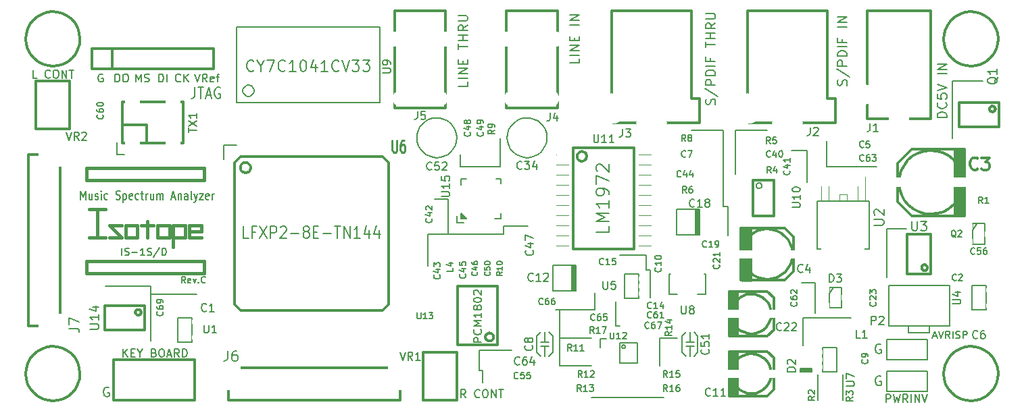
<source format=gto>
G04 (created by PCBNEW-RS274X (2012-01-19 BZR 3256)-stable) date 2012/09/03 0:26:34*
G01*
G70*
G90*
%MOIN*%
G04 Gerber Fmt 3.4, Leading zero omitted, Abs format*
%FSLAX34Y34*%
G04 APERTURE LIST*
%ADD10C,0.006000*%
%ADD11C,0.007900*%
%ADD12C,0.006300*%
%ADD13C,0.007100*%
%ADD14C,0.015700*%
%ADD15C,0.011800*%
%ADD16C,0.000100*%
%ADD17C,0.012000*%
%ADD18C,0.002600*%
%ADD19C,0.008000*%
%ADD20C,0.007800*%
%ADD21C,0.005000*%
%ADD22C,0.005900*%
%ADD23C,0.010000*%
%ADD24C,0.150800*%
%ADD25R,0.118900X0.040200*%
%ADD26C,0.099200*%
%ADD27R,0.050000X0.048100*%
%ADD28R,0.048100X0.050000*%
%ADD29R,0.028400X0.071700*%
%ADD30R,0.079500X0.103200*%
%ADD31R,0.050800X0.015800*%
%ADD32R,0.012600X0.046000*%
%ADD33R,0.046000X0.012600*%
%ADD34R,0.124800X0.124800*%
%ADD35R,0.134700X0.040200*%
%ADD36R,0.065800X0.048100*%
%ADD37R,0.040100X0.063700*%
%ADD38R,0.213300X0.252800*%
%ADD39R,0.016500X0.048000*%
%ADD40R,0.063800X0.099200*%
%ADD41C,0.237000*%
%ADD42R,0.087400X0.024400*%
%ADD43R,0.060800X0.060800*%
%ADD44C,0.060800*%
%ADD45R,0.170100X0.048000*%
%ADD46R,0.040200X0.028400*%
%ADD47R,0.030800X0.020800*%
%ADD48R,0.060800X0.010800*%
%ADD49R,0.010800X0.060800*%
%ADD50C,0.075600*%
%ADD51R,0.071700X0.090800*%
%ADD52R,0.020800X0.045800*%
%ADD53R,0.045800X0.020800*%
%ADD54R,0.048000X0.016500*%
%ADD55R,0.012600X0.055900*%
%ADD56R,0.118900X0.118900*%
%ADD57R,0.055900X0.012600*%
%ADD58R,0.040200X0.032300*%
%ADD59R,0.032300X0.040200*%
%ADD60R,0.055900X0.016500*%
%ADD61C,0.048000*%
%ADD62R,0.063800X0.063800*%
%ADD63R,0.048000X0.055900*%
%ADD64C,0.052000*%
G04 APERTURE END LIST*
G54D10*
G54D11*
X21654Y-07874D02*
X21654Y-07283D01*
X23622Y-07874D02*
X23622Y-06496D01*
X08583Y-03963D02*
X08583Y-04356D01*
X08561Y-04435D01*
X08516Y-04487D01*
X08448Y-04514D01*
X08403Y-04514D01*
X08741Y-03963D02*
X09011Y-03963D01*
X08876Y-04514D02*
X08876Y-03963D01*
X09146Y-04356D02*
X09371Y-04356D01*
X09101Y-04514D02*
X09258Y-03963D01*
X09416Y-04514D01*
X09821Y-03989D02*
X09776Y-03963D01*
X09708Y-03963D01*
X09641Y-03989D01*
X09596Y-04041D01*
X09573Y-04094D01*
X09551Y-04199D01*
X09551Y-04277D01*
X09573Y-04382D01*
X09596Y-04435D01*
X09641Y-04487D01*
X09708Y-04514D01*
X09753Y-04514D01*
X09821Y-04487D01*
X09843Y-04461D01*
X09843Y-04277D01*
X09753Y-04277D01*
X28583Y-16378D02*
X28858Y-16378D01*
X28583Y-16811D02*
X28583Y-16378D01*
X10000Y-06811D02*
X10630Y-06811D01*
X10000Y-07520D02*
X10000Y-06811D01*
X42717Y-10945D02*
X42717Y-13346D01*
X43661Y-10945D02*
X42717Y-10945D01*
X45945Y-03661D02*
X47441Y-03661D01*
X45945Y-06496D02*
X45945Y-03661D01*
X21063Y-09488D02*
X21063Y-09646D01*
X20394Y-09488D02*
X21063Y-09488D01*
X21063Y-09646D02*
X21063Y-11220D01*
X34882Y-09843D02*
X34882Y-11299D01*
X34646Y-09843D02*
X34882Y-09843D01*
X06417Y-14173D02*
X08661Y-14173D01*
X06417Y-14488D02*
X06417Y-16496D01*
X06417Y-13780D02*
X06417Y-14488D01*
X04173Y-13780D02*
X06417Y-13780D01*
X05048Y-17285D02*
X05048Y-16891D01*
X05273Y-17285D02*
X05104Y-17060D01*
X05273Y-16891D02*
X05048Y-17117D01*
X05442Y-17079D02*
X05573Y-17079D01*
X05629Y-17285D02*
X05442Y-17285D01*
X05442Y-16891D01*
X05629Y-16891D01*
X05873Y-17098D02*
X05873Y-17285D01*
X05742Y-16891D02*
X05873Y-17098D01*
X06004Y-16891D01*
X06567Y-17079D02*
X06623Y-17098D01*
X06642Y-17117D01*
X06661Y-17154D01*
X06661Y-17210D01*
X06642Y-17248D01*
X06623Y-17267D01*
X06586Y-17285D01*
X06436Y-17285D01*
X06436Y-16891D01*
X06567Y-16891D01*
X06605Y-16910D01*
X06623Y-16929D01*
X06642Y-16967D01*
X06642Y-17004D01*
X06623Y-17042D01*
X06605Y-17060D01*
X06567Y-17079D01*
X06436Y-17079D01*
X06905Y-16891D02*
X06980Y-16891D01*
X07017Y-16910D01*
X07055Y-16948D01*
X07074Y-17023D01*
X07074Y-17154D01*
X07055Y-17229D01*
X07017Y-17267D01*
X06980Y-17285D01*
X06905Y-17285D01*
X06867Y-17267D01*
X06830Y-17229D01*
X06811Y-17154D01*
X06811Y-17023D01*
X06830Y-16948D01*
X06867Y-16910D01*
X06905Y-16891D01*
X07224Y-17173D02*
X07412Y-17173D01*
X07187Y-17285D02*
X07318Y-16891D01*
X07449Y-17285D01*
X07806Y-17285D02*
X07675Y-17098D01*
X07581Y-17285D02*
X07581Y-16891D01*
X07731Y-16891D01*
X07768Y-16910D01*
X07787Y-16929D01*
X07806Y-16967D01*
X07806Y-17023D01*
X07787Y-17060D01*
X07768Y-17079D01*
X07731Y-17098D01*
X07581Y-17098D01*
X07975Y-17285D02*
X07975Y-16891D01*
X08069Y-16891D01*
X08125Y-16910D01*
X08162Y-16948D01*
X08181Y-16985D01*
X08200Y-17060D01*
X08200Y-17117D01*
X08181Y-17192D01*
X08162Y-17229D01*
X08125Y-17267D01*
X08069Y-17285D01*
X07975Y-17285D01*
X42667Y-19529D02*
X42667Y-19135D01*
X42817Y-19135D01*
X42854Y-19154D01*
X42873Y-19173D01*
X42892Y-19211D01*
X42892Y-19267D01*
X42873Y-19304D01*
X42854Y-19323D01*
X42817Y-19342D01*
X42667Y-19342D01*
X43023Y-19135D02*
X43117Y-19529D01*
X43192Y-19248D01*
X43267Y-19529D01*
X43361Y-19135D01*
X43736Y-19529D02*
X43605Y-19342D01*
X43511Y-19529D02*
X43511Y-19135D01*
X43661Y-19135D01*
X43698Y-19154D01*
X43717Y-19173D01*
X43736Y-19211D01*
X43736Y-19267D01*
X43717Y-19304D01*
X43698Y-19323D01*
X43661Y-19342D01*
X43511Y-19342D01*
X43905Y-19529D02*
X43905Y-19135D01*
X44093Y-19529D02*
X44093Y-19135D01*
X44318Y-19529D01*
X44318Y-19135D01*
X44450Y-19135D02*
X44581Y-19529D01*
X44712Y-19135D01*
G54D12*
X44984Y-16262D02*
X45153Y-16262D01*
X44951Y-16363D02*
X45069Y-16009D01*
X45187Y-16363D01*
X45254Y-16009D02*
X45372Y-16363D01*
X45490Y-16009D01*
X45810Y-16363D02*
X45692Y-16195D01*
X45607Y-16363D02*
X45607Y-16009D01*
X45742Y-16009D01*
X45776Y-16026D01*
X45793Y-16043D01*
X45810Y-16077D01*
X45810Y-16127D01*
X45793Y-16161D01*
X45776Y-16178D01*
X45742Y-16195D01*
X45607Y-16195D01*
X45961Y-16363D02*
X45961Y-16009D01*
X46113Y-16346D02*
X46164Y-16363D01*
X46248Y-16363D01*
X46282Y-16346D01*
X46299Y-16330D01*
X46316Y-16296D01*
X46316Y-16262D01*
X46299Y-16228D01*
X46282Y-16212D01*
X46248Y-16195D01*
X46181Y-16178D01*
X46147Y-16161D01*
X46130Y-16144D01*
X46113Y-16110D01*
X46113Y-16077D01*
X46130Y-16043D01*
X46147Y-16026D01*
X46181Y-16009D01*
X46265Y-16009D01*
X46316Y-16026D01*
X46467Y-16363D02*
X46467Y-16009D01*
X46602Y-16009D01*
X46636Y-16026D01*
X46653Y-16043D01*
X46670Y-16077D01*
X46670Y-16127D01*
X46653Y-16161D01*
X46636Y-16178D01*
X46602Y-16195D01*
X46467Y-16195D01*
G54D11*
X34646Y-09409D02*
X34646Y-09843D01*
X26575Y-15000D02*
X26575Y-17717D01*
G54D12*
X08114Y-13631D02*
X08009Y-13481D01*
X07934Y-13631D02*
X07934Y-13316D01*
X08054Y-13316D01*
X08084Y-13331D01*
X08099Y-13346D01*
X08114Y-13376D01*
X08114Y-13421D01*
X08099Y-13451D01*
X08084Y-13466D01*
X08054Y-13481D01*
X07934Y-13481D01*
X08369Y-13616D02*
X08339Y-13631D01*
X08279Y-13631D01*
X08249Y-13616D01*
X08234Y-13586D01*
X08234Y-13466D01*
X08249Y-13436D01*
X08279Y-13421D01*
X08339Y-13421D01*
X08369Y-13436D01*
X08384Y-13466D01*
X08384Y-13496D01*
X08234Y-13526D01*
X08489Y-13421D02*
X08564Y-13631D01*
X08639Y-13421D01*
X08759Y-13601D02*
X08774Y-13616D01*
X08759Y-13631D01*
X08744Y-13616D01*
X08759Y-13601D01*
X08759Y-13631D01*
X09089Y-13601D02*
X09074Y-13616D01*
X09029Y-13631D01*
X08999Y-13631D01*
X08954Y-13616D01*
X08924Y-13586D01*
X08909Y-13556D01*
X08894Y-13496D01*
X08894Y-13451D01*
X08909Y-13391D01*
X08924Y-13361D01*
X08954Y-13331D01*
X08999Y-13316D01*
X09029Y-13316D01*
X09074Y-13331D01*
X09089Y-13346D01*
G54D11*
X40551Y-19409D02*
X40551Y-18150D01*
X31496Y-16339D02*
X32362Y-16339D01*
X39724Y-07874D02*
X42205Y-07874D01*
X39724Y-06614D02*
X39724Y-07874D01*
X31024Y-12992D02*
X31024Y-14370D01*
X30827Y-12992D02*
X31024Y-12992D01*
X30827Y-12835D02*
X30827Y-12992D01*
X22756Y-17953D02*
X22756Y-18543D01*
X22598Y-17953D02*
X22756Y-17953D01*
X22598Y-16968D02*
X22598Y-17953D01*
X24213Y-16968D02*
X22598Y-16968D01*
X39173Y-13622D02*
X39173Y-13780D01*
X38504Y-13622D02*
X39173Y-13622D01*
X38583Y-15354D02*
X40945Y-15354D01*
X39173Y-14961D02*
X39173Y-15118D01*
X28307Y-14961D02*
X28307Y-14134D01*
X28307Y-14961D02*
X28150Y-14961D01*
X26575Y-14961D02*
X26378Y-14961D01*
X26575Y-14961D02*
X28150Y-14961D01*
X23622Y-07873D02*
X21654Y-07873D01*
X20079Y-11220D02*
X23819Y-11220D01*
X20079Y-12598D02*
X20079Y-11220D01*
X23819Y-10826D02*
X23819Y-11220D01*
X25000Y-10826D02*
X23819Y-10826D01*
X20079Y-12598D02*
X20079Y-12795D01*
X04724Y-07283D02*
X05118Y-07283D01*
X04724Y-06693D02*
X04724Y-07283D01*
X39173Y-14961D02*
X39173Y-13780D01*
X38583Y-16732D02*
X38583Y-15354D01*
X29331Y-15748D02*
X29528Y-15748D01*
X29331Y-14567D02*
X29331Y-15748D01*
X26575Y-16339D02*
X28150Y-16339D01*
X38780Y-07087D02*
X38780Y-08661D01*
X37992Y-07087D02*
X38780Y-07087D01*
X35236Y-06102D02*
X36811Y-06102D01*
X35236Y-08268D02*
X35236Y-06102D01*
X34646Y-06102D02*
X34646Y-09449D01*
X33071Y-06102D02*
X34646Y-06102D01*
X31693Y-19291D02*
X28150Y-19291D01*
X31496Y-17717D02*
X31496Y-16339D01*
X26575Y-17717D02*
X28150Y-17717D01*
X39292Y-18149D02*
X39292Y-19409D01*
X30827Y-12244D02*
X30827Y-12835D01*
X29528Y-12244D02*
X30827Y-12244D01*
X11483Y-03123D02*
X11457Y-03149D01*
X11378Y-03176D01*
X11326Y-03176D01*
X11247Y-03149D01*
X11194Y-03097D01*
X11168Y-03044D01*
X11142Y-02939D01*
X11142Y-02861D01*
X11168Y-02756D01*
X11194Y-02703D01*
X11247Y-02651D01*
X11326Y-02625D01*
X11378Y-02625D01*
X11457Y-02651D01*
X11483Y-02677D01*
X11824Y-02913D02*
X11824Y-03176D01*
X11640Y-02625D02*
X11824Y-02913D01*
X12008Y-02625D01*
X12139Y-02625D02*
X12506Y-02625D01*
X12270Y-03176D01*
X13031Y-03123D02*
X13005Y-03149D01*
X12926Y-03176D01*
X12874Y-03176D01*
X12795Y-03149D01*
X12742Y-03097D01*
X12716Y-03044D01*
X12690Y-02939D01*
X12690Y-02861D01*
X12716Y-02756D01*
X12742Y-02703D01*
X12795Y-02651D01*
X12874Y-02625D01*
X12926Y-02625D01*
X13005Y-02651D01*
X13031Y-02677D01*
X13556Y-03176D02*
X13241Y-03176D01*
X13398Y-03176D02*
X13398Y-02625D01*
X13346Y-02703D01*
X13293Y-02756D01*
X13241Y-02782D01*
X13897Y-02625D02*
X13950Y-02625D01*
X14002Y-02651D01*
X14028Y-02677D01*
X14055Y-02729D01*
X14081Y-02834D01*
X14081Y-02966D01*
X14055Y-03071D01*
X14028Y-03123D01*
X14002Y-03149D01*
X13950Y-03176D01*
X13897Y-03176D01*
X13845Y-03149D01*
X13818Y-03123D01*
X13792Y-03071D01*
X13766Y-02966D01*
X13766Y-02834D01*
X13792Y-02729D01*
X13818Y-02677D01*
X13845Y-02651D01*
X13897Y-02625D01*
X14553Y-02808D02*
X14553Y-03176D01*
X14422Y-02598D02*
X14291Y-02992D01*
X14632Y-02992D01*
X15131Y-03176D02*
X14816Y-03176D01*
X14973Y-03176D02*
X14973Y-02625D01*
X14921Y-02703D01*
X14868Y-02756D01*
X14816Y-02782D01*
X15682Y-03123D02*
X15656Y-03149D01*
X15577Y-03176D01*
X15525Y-03176D01*
X15446Y-03149D01*
X15393Y-03097D01*
X15367Y-03044D01*
X15341Y-02939D01*
X15341Y-02861D01*
X15367Y-02756D01*
X15393Y-02703D01*
X15446Y-02651D01*
X15525Y-02625D01*
X15577Y-02625D01*
X15656Y-02651D01*
X15682Y-02677D01*
X15839Y-02625D02*
X16023Y-03176D01*
X16207Y-02625D01*
X16338Y-02625D02*
X16679Y-02625D01*
X16495Y-02834D01*
X16574Y-02834D01*
X16626Y-02861D01*
X16653Y-02887D01*
X16679Y-02939D01*
X16679Y-03071D01*
X16653Y-03123D01*
X16626Y-03149D01*
X16574Y-03176D01*
X16416Y-03176D01*
X16364Y-03149D01*
X16338Y-03123D01*
X16863Y-02625D02*
X17204Y-02625D01*
X17020Y-02834D01*
X17099Y-02834D01*
X17151Y-02861D01*
X17178Y-02887D01*
X17204Y-02939D01*
X17204Y-03071D01*
X17178Y-03123D01*
X17151Y-03149D01*
X17099Y-03176D01*
X16941Y-03176D01*
X16889Y-03149D01*
X16863Y-03123D01*
X43780Y-16102D02*
X43780Y-15787D01*
X44803Y-16102D02*
X44803Y-15787D01*
X43780Y-16102D02*
X44803Y-16102D01*
X22719Y-16551D02*
X22325Y-16551D01*
X22325Y-16401D01*
X22344Y-16364D01*
X22363Y-16345D01*
X22401Y-16326D01*
X22457Y-16326D01*
X22494Y-16345D01*
X22513Y-16364D01*
X22532Y-16401D01*
X22532Y-16551D01*
X22682Y-15932D02*
X22701Y-15951D01*
X22719Y-16007D01*
X22719Y-16045D01*
X22701Y-16101D01*
X22663Y-16138D01*
X22626Y-16157D01*
X22551Y-16176D01*
X22494Y-16176D01*
X22419Y-16157D01*
X22382Y-16138D01*
X22344Y-16101D01*
X22325Y-16045D01*
X22325Y-16007D01*
X22344Y-15951D01*
X22363Y-15932D01*
X22719Y-15763D02*
X22325Y-15763D01*
X22607Y-15632D01*
X22325Y-15501D01*
X22719Y-15501D01*
X22719Y-15107D02*
X22719Y-15332D01*
X22719Y-15219D02*
X22325Y-15219D01*
X22382Y-15257D01*
X22419Y-15294D01*
X22438Y-15332D01*
X22494Y-14882D02*
X22476Y-14919D01*
X22457Y-14938D01*
X22419Y-14957D01*
X22401Y-14957D01*
X22363Y-14938D01*
X22344Y-14919D01*
X22325Y-14882D01*
X22325Y-14807D01*
X22344Y-14769D01*
X22363Y-14751D01*
X22401Y-14732D01*
X22419Y-14732D01*
X22457Y-14751D01*
X22476Y-14769D01*
X22494Y-14807D01*
X22494Y-14882D01*
X22513Y-14919D01*
X22532Y-14938D01*
X22569Y-14957D01*
X22644Y-14957D01*
X22682Y-14938D01*
X22701Y-14919D01*
X22719Y-14882D01*
X22719Y-14807D01*
X22701Y-14769D01*
X22682Y-14751D01*
X22644Y-14732D01*
X22569Y-14732D01*
X22532Y-14751D01*
X22513Y-14769D01*
X22494Y-14807D01*
X22325Y-14488D02*
X22325Y-14451D01*
X22344Y-14413D01*
X22363Y-14394D01*
X22401Y-14376D01*
X22476Y-14357D01*
X22569Y-14357D01*
X22644Y-14376D01*
X22682Y-14394D01*
X22701Y-14413D01*
X22719Y-14451D01*
X22719Y-14488D01*
X22701Y-14526D01*
X22682Y-14544D01*
X22644Y-14563D01*
X22569Y-14582D01*
X22476Y-14582D01*
X22401Y-14563D01*
X22363Y-14544D01*
X22344Y-14526D01*
X22325Y-14488D01*
X22363Y-14207D02*
X22344Y-14188D01*
X22325Y-14151D01*
X22325Y-14057D01*
X22344Y-14019D01*
X22363Y-14001D01*
X22401Y-13982D01*
X22438Y-13982D01*
X22494Y-14001D01*
X22719Y-14226D01*
X22719Y-13982D01*
X28995Y-10814D02*
X28995Y-11114D01*
X28365Y-11114D01*
X28995Y-10604D02*
X28365Y-10604D01*
X28815Y-10394D01*
X28365Y-10184D01*
X28995Y-10184D01*
X28995Y-09554D02*
X28995Y-09914D01*
X28995Y-09734D02*
X28365Y-09734D01*
X28455Y-09794D01*
X28515Y-09854D01*
X28545Y-09914D01*
X28995Y-09254D02*
X28995Y-09134D01*
X28965Y-09074D01*
X28935Y-09044D01*
X28845Y-08984D01*
X28725Y-08954D01*
X28485Y-08954D01*
X28425Y-08984D01*
X28395Y-09014D01*
X28365Y-09074D01*
X28365Y-09194D01*
X28395Y-09254D01*
X28425Y-09284D01*
X28485Y-09314D01*
X28635Y-09314D01*
X28695Y-09284D01*
X28725Y-09254D01*
X28755Y-09194D01*
X28755Y-09074D01*
X28725Y-09014D01*
X28695Y-08984D01*
X28635Y-08954D01*
X28365Y-08744D02*
X28365Y-08324D01*
X28995Y-08594D01*
X28425Y-08114D02*
X28395Y-08084D01*
X28365Y-08024D01*
X28365Y-07874D01*
X28395Y-07814D01*
X28425Y-07784D01*
X28485Y-07754D01*
X28545Y-07754D01*
X28635Y-07784D01*
X28995Y-08144D01*
X28995Y-07754D01*
X45663Y-05461D02*
X45191Y-05461D01*
X45191Y-05348D01*
X45214Y-05281D01*
X45258Y-05236D01*
X45303Y-05213D01*
X45393Y-05191D01*
X45461Y-05191D01*
X45551Y-05213D01*
X45596Y-05236D01*
X45641Y-05281D01*
X45663Y-05348D01*
X45663Y-05461D01*
X45618Y-04719D02*
X45641Y-04741D01*
X45663Y-04809D01*
X45663Y-04854D01*
X45641Y-04921D01*
X45596Y-04966D01*
X45551Y-04989D01*
X45461Y-05011D01*
X45393Y-05011D01*
X45303Y-04989D01*
X45258Y-04966D01*
X45214Y-04921D01*
X45191Y-04854D01*
X45191Y-04809D01*
X45214Y-04741D01*
X45236Y-04719D01*
X45191Y-04292D02*
X45191Y-04517D01*
X45416Y-04539D01*
X45393Y-04517D01*
X45371Y-04472D01*
X45371Y-04359D01*
X45393Y-04314D01*
X45416Y-04292D01*
X45461Y-04269D01*
X45573Y-04269D01*
X45618Y-04292D01*
X45641Y-04314D01*
X45663Y-04359D01*
X45663Y-04472D01*
X45641Y-04517D01*
X45618Y-04539D01*
X45191Y-04134D02*
X45663Y-03977D01*
X45191Y-03819D01*
X45663Y-03302D02*
X45191Y-03302D01*
X45663Y-03077D02*
X45191Y-03077D01*
X45663Y-02807D01*
X45191Y-02807D01*
X40720Y-03873D02*
X40742Y-03806D01*
X40742Y-03693D01*
X40720Y-03648D01*
X40697Y-03626D01*
X40652Y-03603D01*
X40607Y-03603D01*
X40562Y-03626D01*
X40540Y-03648D01*
X40517Y-03693D01*
X40495Y-03783D01*
X40472Y-03828D01*
X40450Y-03851D01*
X40405Y-03873D01*
X40360Y-03873D01*
X40315Y-03851D01*
X40293Y-03828D01*
X40270Y-03783D01*
X40270Y-03671D01*
X40293Y-03603D01*
X40248Y-03063D02*
X40854Y-03468D01*
X40742Y-02907D02*
X40270Y-02907D01*
X40270Y-02727D01*
X40293Y-02682D01*
X40315Y-02659D01*
X40360Y-02637D01*
X40427Y-02637D01*
X40472Y-02659D01*
X40495Y-02682D01*
X40517Y-02727D01*
X40517Y-02907D01*
X40742Y-02435D02*
X40270Y-02435D01*
X40270Y-02322D01*
X40293Y-02255D01*
X40337Y-02210D01*
X40382Y-02187D01*
X40472Y-02165D01*
X40540Y-02165D01*
X40630Y-02187D01*
X40675Y-02210D01*
X40720Y-02255D01*
X40742Y-02322D01*
X40742Y-02435D01*
X40742Y-01963D02*
X40270Y-01963D01*
X40495Y-01580D02*
X40495Y-01738D01*
X40742Y-01738D02*
X40270Y-01738D01*
X40270Y-01513D01*
X40742Y-00973D02*
X40270Y-00973D01*
X40742Y-00748D02*
X40270Y-00748D01*
X40742Y-00478D01*
X40270Y-00478D01*
X34224Y-04818D02*
X34246Y-04751D01*
X34246Y-04638D01*
X34224Y-04593D01*
X34201Y-04571D01*
X34156Y-04548D01*
X34111Y-04548D01*
X34066Y-04571D01*
X34044Y-04593D01*
X34021Y-04638D01*
X33999Y-04728D01*
X33976Y-04773D01*
X33954Y-04796D01*
X33909Y-04818D01*
X33864Y-04818D01*
X33819Y-04796D01*
X33797Y-04773D01*
X33774Y-04728D01*
X33774Y-04616D01*
X33797Y-04548D01*
X33752Y-04008D02*
X34358Y-04413D01*
X34246Y-03852D02*
X33774Y-03852D01*
X33774Y-03672D01*
X33797Y-03627D01*
X33819Y-03604D01*
X33864Y-03582D01*
X33931Y-03582D01*
X33976Y-03604D01*
X33999Y-03627D01*
X34021Y-03672D01*
X34021Y-03852D01*
X34246Y-03380D02*
X33774Y-03380D01*
X33774Y-03267D01*
X33797Y-03200D01*
X33841Y-03155D01*
X33886Y-03132D01*
X33976Y-03110D01*
X34044Y-03110D01*
X34134Y-03132D01*
X34179Y-03155D01*
X34224Y-03200D01*
X34246Y-03267D01*
X34246Y-03380D01*
X34246Y-02908D02*
X33774Y-02908D01*
X33999Y-02525D02*
X33999Y-02683D01*
X34246Y-02683D02*
X33774Y-02683D01*
X33774Y-02458D01*
X33774Y-01985D02*
X33774Y-01715D01*
X34246Y-01850D02*
X33774Y-01850D01*
X34246Y-01558D02*
X33774Y-01558D01*
X33999Y-01558D02*
X33999Y-01288D01*
X34246Y-01288D02*
X33774Y-01288D01*
X34246Y-00794D02*
X34021Y-00951D01*
X34246Y-01064D02*
X33774Y-01064D01*
X33774Y-00884D01*
X33797Y-00839D01*
X33819Y-00816D01*
X33864Y-00794D01*
X33931Y-00794D01*
X33976Y-00816D01*
X33999Y-00839D01*
X34021Y-00884D01*
X34021Y-01064D01*
X33774Y-00592D02*
X34156Y-00592D01*
X34201Y-00569D01*
X34224Y-00547D01*
X34246Y-00502D01*
X34246Y-00412D01*
X34224Y-00367D01*
X34201Y-00344D01*
X34156Y-00322D01*
X33774Y-00322D01*
X27553Y-02541D02*
X27553Y-02766D01*
X27081Y-02766D01*
X27553Y-02384D02*
X27081Y-02384D01*
X27553Y-02159D02*
X27081Y-02159D01*
X27553Y-01889D01*
X27081Y-01889D01*
X27306Y-01665D02*
X27306Y-01507D01*
X27553Y-01440D02*
X27553Y-01665D01*
X27081Y-01665D01*
X27081Y-01440D01*
X27553Y-00878D02*
X27081Y-00878D01*
X27553Y-00653D02*
X27081Y-00653D01*
X27553Y-00383D01*
X27081Y-00383D01*
X22041Y-03682D02*
X22041Y-03907D01*
X21569Y-03907D01*
X22041Y-03525D02*
X21569Y-03525D01*
X22041Y-03300D02*
X21569Y-03300D01*
X22041Y-03030D01*
X21569Y-03030D01*
X21794Y-02806D02*
X21794Y-02648D01*
X22041Y-02581D02*
X22041Y-02806D01*
X21569Y-02806D01*
X21569Y-02581D01*
X21569Y-02086D02*
X21569Y-01816D01*
X22041Y-01951D02*
X21569Y-01951D01*
X22041Y-01659D02*
X21569Y-01659D01*
X21794Y-01659D02*
X21794Y-01389D01*
X22041Y-01389D02*
X21569Y-01389D01*
X22041Y-00895D02*
X21816Y-01052D01*
X22041Y-01165D02*
X21569Y-01165D01*
X21569Y-00985D01*
X21592Y-00940D01*
X21614Y-00917D01*
X21659Y-00895D01*
X21726Y-00895D01*
X21771Y-00917D01*
X21794Y-00940D01*
X21816Y-00985D01*
X21816Y-01165D01*
X21569Y-00693D02*
X21951Y-00693D01*
X21996Y-00670D01*
X22019Y-00648D01*
X22041Y-00603D01*
X22041Y-00513D01*
X22019Y-00468D01*
X21996Y-00445D01*
X21951Y-00423D01*
X21569Y-00423D01*
G54D13*
X08564Y-03308D02*
X08695Y-03702D01*
X08826Y-03308D01*
X09183Y-03702D02*
X09052Y-03515D01*
X08958Y-03702D02*
X08958Y-03308D01*
X09108Y-03308D01*
X09145Y-03327D01*
X09164Y-03346D01*
X09183Y-03384D01*
X09183Y-03440D01*
X09164Y-03477D01*
X09145Y-03496D01*
X09108Y-03515D01*
X08958Y-03515D01*
X09502Y-03684D02*
X09464Y-03702D01*
X09389Y-03702D01*
X09352Y-03684D01*
X09333Y-03646D01*
X09333Y-03496D01*
X09352Y-03459D01*
X09389Y-03440D01*
X09464Y-03440D01*
X09502Y-03459D01*
X09521Y-03496D01*
X09521Y-03534D01*
X09333Y-03571D01*
X09634Y-03440D02*
X09784Y-03440D01*
X09690Y-03702D02*
X09690Y-03365D01*
X09709Y-03327D01*
X09746Y-03308D01*
X09784Y-03308D01*
X07878Y-03665D02*
X07859Y-03684D01*
X07803Y-03702D01*
X07765Y-03702D01*
X07709Y-03684D01*
X07672Y-03646D01*
X07653Y-03609D01*
X07634Y-03534D01*
X07634Y-03477D01*
X07653Y-03402D01*
X07672Y-03365D01*
X07709Y-03327D01*
X07765Y-03308D01*
X07803Y-03308D01*
X07859Y-03327D01*
X07878Y-03346D01*
X08047Y-03702D02*
X08047Y-03308D01*
X08272Y-03702D02*
X08103Y-03477D01*
X08272Y-03308D02*
X08047Y-03534D01*
X06811Y-03702D02*
X06811Y-03308D01*
X06905Y-03308D01*
X06961Y-03327D01*
X06998Y-03365D01*
X07017Y-03402D01*
X07036Y-03477D01*
X07036Y-03534D01*
X07017Y-03609D01*
X06998Y-03646D01*
X06961Y-03684D01*
X06905Y-03702D01*
X06811Y-03702D01*
X07205Y-03702D02*
X07205Y-03308D01*
X05666Y-03702D02*
X05666Y-03308D01*
X05797Y-03590D01*
X05928Y-03308D01*
X05928Y-03702D01*
X06097Y-03684D02*
X06153Y-03702D01*
X06247Y-03702D01*
X06285Y-03684D01*
X06303Y-03665D01*
X06322Y-03627D01*
X06322Y-03590D01*
X06303Y-03552D01*
X06285Y-03534D01*
X06247Y-03515D01*
X06172Y-03496D01*
X06135Y-03477D01*
X06116Y-03459D01*
X06097Y-03421D01*
X06097Y-03384D01*
X06116Y-03346D01*
X06135Y-03327D01*
X06172Y-03308D01*
X06266Y-03308D01*
X06322Y-03327D01*
X04652Y-03702D02*
X04652Y-03308D01*
X04746Y-03308D01*
X04802Y-03327D01*
X04839Y-03365D01*
X04858Y-03402D01*
X04877Y-03477D01*
X04877Y-03534D01*
X04858Y-03609D01*
X04839Y-03646D01*
X04802Y-03684D01*
X04746Y-03702D01*
X04652Y-03702D01*
X05121Y-03308D02*
X05196Y-03308D01*
X05233Y-03327D01*
X05271Y-03365D01*
X05290Y-03440D01*
X05290Y-03571D01*
X05271Y-03646D01*
X05233Y-03684D01*
X05196Y-03702D01*
X05121Y-03702D01*
X05083Y-03684D01*
X05046Y-03646D01*
X05027Y-03571D01*
X05027Y-03440D01*
X05046Y-03365D01*
X05083Y-03327D01*
X05121Y-03308D01*
X04040Y-03327D02*
X04003Y-03308D01*
X03946Y-03308D01*
X03890Y-03327D01*
X03853Y-03365D01*
X03834Y-03402D01*
X03815Y-03477D01*
X03815Y-03534D01*
X03834Y-03609D01*
X03853Y-03646D01*
X03890Y-03684D01*
X03946Y-03702D01*
X03984Y-03702D01*
X04040Y-03684D01*
X04059Y-03665D01*
X04059Y-03534D01*
X03984Y-03534D01*
G54D11*
X11222Y-11420D02*
X10978Y-11420D01*
X10978Y-10829D01*
X11563Y-11110D02*
X11392Y-11110D01*
X11392Y-11420D02*
X11392Y-10829D01*
X11636Y-10829D01*
X11782Y-10829D02*
X12123Y-11420D01*
X12123Y-10829D02*
X11782Y-11420D01*
X12319Y-11420D02*
X12319Y-10829D01*
X12514Y-10829D01*
X12563Y-10857D01*
X12587Y-10885D01*
X12611Y-10941D01*
X12611Y-11026D01*
X12587Y-11082D01*
X12563Y-11110D01*
X12514Y-11138D01*
X12319Y-11138D01*
X12807Y-10885D02*
X12831Y-10857D01*
X12880Y-10829D01*
X13002Y-10829D01*
X13050Y-10857D01*
X13075Y-10885D01*
X13099Y-10941D01*
X13099Y-10998D01*
X13075Y-11082D01*
X12782Y-11420D01*
X13099Y-11420D01*
X13319Y-11195D02*
X13709Y-11195D01*
X14026Y-11082D02*
X13977Y-11054D01*
X13953Y-11026D01*
X13929Y-10969D01*
X13929Y-10941D01*
X13953Y-10885D01*
X13977Y-10857D01*
X14026Y-10829D01*
X14124Y-10829D01*
X14172Y-10857D01*
X14197Y-10885D01*
X14221Y-10941D01*
X14221Y-10969D01*
X14197Y-11026D01*
X14172Y-11054D01*
X14124Y-11082D01*
X14026Y-11082D01*
X13977Y-11110D01*
X13953Y-11138D01*
X13929Y-11195D01*
X13929Y-11307D01*
X13953Y-11363D01*
X13977Y-11392D01*
X14026Y-11420D01*
X14124Y-11420D01*
X14172Y-11392D01*
X14197Y-11363D01*
X14221Y-11307D01*
X14221Y-11195D01*
X14197Y-11138D01*
X14172Y-11110D01*
X14124Y-11082D01*
X14441Y-11110D02*
X14612Y-11110D01*
X14685Y-11420D02*
X14441Y-11420D01*
X14441Y-10829D01*
X14685Y-10829D01*
X14904Y-11195D02*
X15294Y-11195D01*
X15465Y-10829D02*
X15757Y-10829D01*
X15611Y-11420D02*
X15611Y-10829D01*
X15928Y-11420D02*
X15928Y-10829D01*
X16220Y-11420D01*
X16220Y-10829D01*
X16732Y-11420D02*
X16440Y-11420D01*
X16586Y-11420D02*
X16586Y-10829D01*
X16537Y-10913D01*
X16488Y-10969D01*
X16440Y-10998D01*
X17171Y-11026D02*
X17171Y-11420D01*
X17049Y-10801D02*
X16928Y-11223D01*
X17244Y-11223D01*
X17659Y-11026D02*
X17659Y-11420D01*
X17537Y-10801D02*
X17416Y-11223D01*
X17732Y-11223D01*
X04337Y-18797D02*
X04292Y-18774D01*
X04224Y-18774D01*
X04157Y-18797D01*
X04112Y-18841D01*
X04089Y-18886D01*
X04067Y-18976D01*
X04067Y-19044D01*
X04089Y-19134D01*
X04112Y-19179D01*
X04157Y-19224D01*
X04224Y-19246D01*
X04269Y-19246D01*
X04337Y-19224D01*
X04359Y-19201D01*
X04359Y-19044D01*
X04269Y-19044D01*
G54D14*
X09036Y-07954D02*
X09036Y-08544D01*
X03229Y-08544D02*
X03229Y-07954D01*
X09036Y-08544D02*
X03229Y-08544D01*
X03229Y-07954D02*
X09036Y-07954D01*
G54D12*
X00787Y-03505D02*
X00600Y-03505D01*
X00600Y-03111D01*
X01444Y-03468D02*
X01425Y-03487D01*
X01369Y-03505D01*
X01331Y-03505D01*
X01275Y-03487D01*
X01238Y-03449D01*
X01219Y-03412D01*
X01200Y-03337D01*
X01200Y-03280D01*
X01219Y-03205D01*
X01238Y-03168D01*
X01275Y-03130D01*
X01331Y-03111D01*
X01369Y-03111D01*
X01425Y-03130D01*
X01444Y-03149D01*
X01688Y-03111D02*
X01763Y-03111D01*
X01800Y-03130D01*
X01838Y-03168D01*
X01857Y-03243D01*
X01857Y-03374D01*
X01838Y-03449D01*
X01800Y-03487D01*
X01763Y-03505D01*
X01688Y-03505D01*
X01650Y-03487D01*
X01613Y-03449D01*
X01594Y-03374D01*
X01594Y-03243D01*
X01613Y-03168D01*
X01650Y-03130D01*
X01688Y-03111D01*
X02026Y-03505D02*
X02026Y-03111D01*
X02251Y-03505D01*
X02251Y-03111D01*
X02383Y-03111D02*
X02608Y-03111D01*
X02495Y-03505D02*
X02495Y-03111D01*
X21929Y-19293D02*
X21798Y-19106D01*
X21704Y-19293D02*
X21704Y-18899D01*
X21854Y-18899D01*
X21891Y-18918D01*
X21910Y-18937D01*
X21929Y-18975D01*
X21929Y-19031D01*
X21910Y-19068D01*
X21891Y-19087D01*
X21854Y-19106D01*
X21704Y-19106D01*
X22623Y-19256D02*
X22604Y-19275D01*
X22548Y-19293D01*
X22510Y-19293D01*
X22454Y-19275D01*
X22417Y-19237D01*
X22398Y-19200D01*
X22379Y-19125D01*
X22379Y-19068D01*
X22398Y-18993D01*
X22417Y-18956D01*
X22454Y-18918D01*
X22510Y-18899D01*
X22548Y-18899D01*
X22604Y-18918D01*
X22623Y-18937D01*
X22867Y-18899D02*
X22942Y-18899D01*
X22979Y-18918D01*
X23017Y-18956D01*
X23036Y-19031D01*
X23036Y-19162D01*
X23017Y-19237D01*
X22979Y-19275D01*
X22942Y-19293D01*
X22867Y-19293D01*
X22829Y-19275D01*
X22792Y-19237D01*
X22773Y-19162D01*
X22773Y-19031D01*
X22792Y-18956D01*
X22829Y-18918D01*
X22867Y-18899D01*
X23205Y-19293D02*
X23205Y-18899D01*
X23430Y-19293D01*
X23430Y-18899D01*
X23562Y-18899D02*
X23787Y-18899D01*
X23674Y-19293D02*
X23674Y-18899D01*
G54D14*
X03228Y-12559D02*
X09035Y-12559D01*
X09035Y-13149D02*
X03228Y-13149D01*
X03386Y-11378D02*
X04173Y-11378D01*
X04173Y-10000D02*
X03386Y-10000D01*
X03228Y-13149D02*
X03228Y-12559D01*
X09035Y-12559D02*
X09035Y-13149D01*
X08110Y-11378D02*
X07519Y-11378D01*
X08110Y-10788D02*
X08110Y-11378D01*
X07519Y-10788D02*
X08110Y-10788D01*
X07519Y-10788D02*
X07519Y-11870D01*
X08897Y-11083D02*
X08897Y-10788D01*
X08307Y-11083D02*
X08897Y-11083D01*
X08307Y-10788D02*
X08897Y-10788D01*
X08307Y-11378D02*
X08307Y-10788D01*
X08897Y-11378D02*
X08307Y-11378D01*
X06732Y-10788D02*
X07323Y-10788D01*
X07323Y-11378D02*
X07323Y-10788D01*
X06732Y-11378D02*
X07323Y-11378D01*
X06732Y-10788D02*
X06732Y-11378D01*
X06240Y-10591D02*
X06240Y-11378D01*
X05945Y-10788D02*
X06536Y-10788D01*
X05748Y-10788D02*
X05158Y-10788D01*
X05748Y-11378D02*
X05748Y-10788D01*
X05158Y-11378D02*
X05748Y-11378D01*
X05158Y-10788D02*
X05158Y-11378D01*
X04961Y-11378D02*
X04371Y-11378D01*
X04371Y-10788D02*
X04961Y-11378D01*
X04961Y-10788D02*
X04371Y-10788D01*
X03780Y-10000D02*
X03780Y-11378D01*
G54D12*
X04976Y-12270D02*
X04976Y-11916D01*
X05128Y-12253D02*
X05179Y-12270D01*
X05263Y-12270D01*
X05297Y-12253D01*
X05314Y-12237D01*
X05331Y-12203D01*
X05331Y-12169D01*
X05314Y-12135D01*
X05297Y-12119D01*
X05263Y-12102D01*
X05196Y-12085D01*
X05162Y-12068D01*
X05145Y-12051D01*
X05128Y-12017D01*
X05128Y-11984D01*
X05145Y-11950D01*
X05162Y-11933D01*
X05196Y-11916D01*
X05280Y-11916D01*
X05331Y-11933D01*
X05482Y-12135D02*
X05752Y-12135D01*
X06106Y-12270D02*
X05903Y-12270D01*
X06005Y-12270D02*
X06005Y-11916D01*
X05971Y-11967D01*
X05937Y-12001D01*
X05903Y-12017D01*
X06240Y-12253D02*
X06291Y-12270D01*
X06375Y-12270D01*
X06409Y-12253D01*
X06426Y-12237D01*
X06443Y-12203D01*
X06443Y-12169D01*
X06426Y-12135D01*
X06409Y-12119D01*
X06375Y-12102D01*
X06308Y-12085D01*
X06274Y-12068D01*
X06257Y-12051D01*
X06240Y-12017D01*
X06240Y-11984D01*
X06257Y-11950D01*
X06274Y-11933D01*
X06308Y-11916D01*
X06392Y-11916D01*
X06443Y-11933D01*
X06847Y-11899D02*
X06544Y-12355D01*
X06965Y-12270D02*
X06965Y-11916D01*
X07050Y-11916D01*
X07100Y-11933D01*
X07134Y-11967D01*
X07151Y-12001D01*
X07168Y-12068D01*
X07168Y-12119D01*
X07151Y-12186D01*
X07134Y-12220D01*
X07100Y-12253D01*
X07050Y-12270D01*
X06965Y-12270D01*
G54D11*
X42407Y-18246D02*
X42362Y-18223D01*
X42294Y-18223D01*
X42227Y-18246D01*
X42182Y-18290D01*
X42159Y-18335D01*
X42137Y-18425D01*
X42137Y-18493D01*
X42159Y-18583D01*
X42182Y-18628D01*
X42227Y-18673D01*
X42294Y-18695D01*
X42339Y-18695D01*
X42407Y-18673D01*
X42429Y-18650D01*
X42429Y-18493D01*
X42339Y-18493D01*
X42407Y-16671D02*
X42362Y-16648D01*
X42294Y-16648D01*
X42227Y-16671D01*
X42182Y-16715D01*
X42159Y-16760D01*
X42137Y-16850D01*
X42137Y-16918D01*
X42159Y-17008D01*
X42182Y-17053D01*
X42227Y-17098D01*
X42294Y-17120D01*
X42339Y-17120D01*
X42407Y-17098D01*
X42429Y-17075D01*
X42429Y-16918D01*
X42339Y-16918D01*
G54D12*
X02951Y-09506D02*
X02951Y-09073D01*
X03069Y-09382D01*
X03187Y-09073D01*
X03187Y-09506D01*
X03508Y-09217D02*
X03508Y-09506D01*
X03356Y-09217D02*
X03356Y-09444D01*
X03373Y-09485D01*
X03407Y-09506D01*
X03457Y-09506D01*
X03491Y-09485D01*
X03508Y-09465D01*
X03659Y-09485D02*
X03693Y-09506D01*
X03761Y-09506D01*
X03794Y-09485D01*
X03811Y-09444D01*
X03811Y-09423D01*
X03794Y-09382D01*
X03761Y-09361D01*
X03710Y-09361D01*
X03676Y-09341D01*
X03659Y-09300D01*
X03659Y-09279D01*
X03676Y-09238D01*
X03710Y-09217D01*
X03761Y-09217D01*
X03794Y-09238D01*
X03963Y-09506D02*
X03963Y-09217D01*
X03963Y-09073D02*
X03946Y-09093D01*
X03963Y-09114D01*
X03980Y-09093D01*
X03963Y-09073D01*
X03963Y-09114D01*
X04284Y-09485D02*
X04250Y-09506D01*
X04183Y-09506D01*
X04149Y-09485D01*
X04132Y-09465D01*
X04115Y-09423D01*
X04115Y-09300D01*
X04132Y-09258D01*
X04149Y-09238D01*
X04183Y-09217D01*
X04250Y-09217D01*
X04284Y-09238D01*
X04688Y-09485D02*
X04739Y-09506D01*
X04823Y-09506D01*
X04857Y-09485D01*
X04874Y-09465D01*
X04891Y-09423D01*
X04891Y-09382D01*
X04874Y-09341D01*
X04857Y-09320D01*
X04823Y-09300D01*
X04756Y-09279D01*
X04722Y-09258D01*
X04705Y-09238D01*
X04688Y-09196D01*
X04688Y-09155D01*
X04705Y-09114D01*
X04722Y-09093D01*
X04756Y-09073D01*
X04840Y-09073D01*
X04891Y-09093D01*
X05042Y-09217D02*
X05042Y-09650D01*
X05042Y-09238D02*
X05076Y-09217D01*
X05143Y-09217D01*
X05177Y-09238D01*
X05194Y-09258D01*
X05211Y-09300D01*
X05211Y-09423D01*
X05194Y-09465D01*
X05177Y-09485D01*
X05143Y-09506D01*
X05076Y-09506D01*
X05042Y-09485D01*
X05497Y-09485D02*
X05463Y-09506D01*
X05396Y-09506D01*
X05362Y-09485D01*
X05345Y-09444D01*
X05345Y-09279D01*
X05362Y-09238D01*
X05396Y-09217D01*
X05463Y-09217D01*
X05497Y-09238D01*
X05514Y-09279D01*
X05514Y-09320D01*
X05345Y-09361D01*
X05817Y-09485D02*
X05783Y-09506D01*
X05716Y-09506D01*
X05682Y-09485D01*
X05665Y-09465D01*
X05648Y-09423D01*
X05648Y-09300D01*
X05665Y-09258D01*
X05682Y-09238D01*
X05716Y-09217D01*
X05783Y-09217D01*
X05817Y-09238D01*
X05918Y-09217D02*
X06053Y-09217D01*
X05968Y-09073D02*
X05968Y-09444D01*
X05985Y-09485D01*
X06019Y-09506D01*
X06053Y-09506D01*
X06170Y-09506D02*
X06170Y-09217D01*
X06170Y-09300D02*
X06187Y-09258D01*
X06204Y-09238D01*
X06238Y-09217D01*
X06271Y-09217D01*
X06541Y-09217D02*
X06541Y-09506D01*
X06389Y-09217D02*
X06389Y-09444D01*
X06406Y-09485D01*
X06440Y-09506D01*
X06490Y-09506D01*
X06524Y-09485D01*
X06541Y-09465D01*
X06709Y-09506D02*
X06709Y-09217D01*
X06709Y-09258D02*
X06726Y-09238D01*
X06760Y-09217D01*
X06810Y-09217D01*
X06844Y-09238D01*
X06861Y-09279D01*
X06861Y-09506D01*
X06861Y-09279D02*
X06878Y-09238D01*
X06912Y-09217D01*
X06962Y-09217D01*
X06996Y-09238D01*
X07013Y-09279D01*
X07013Y-09506D01*
X07434Y-09382D02*
X07603Y-09382D01*
X07401Y-09506D02*
X07519Y-09073D01*
X07637Y-09506D01*
X07754Y-09217D02*
X07754Y-09506D01*
X07754Y-09258D02*
X07771Y-09238D01*
X07805Y-09217D01*
X07855Y-09217D01*
X07889Y-09238D01*
X07906Y-09279D01*
X07906Y-09506D01*
X08226Y-09506D02*
X08226Y-09279D01*
X08209Y-09238D01*
X08175Y-09217D01*
X08108Y-09217D01*
X08074Y-09238D01*
X08226Y-09485D02*
X08192Y-09506D01*
X08108Y-09506D01*
X08074Y-09485D01*
X08057Y-09444D01*
X08057Y-09403D01*
X08074Y-09361D01*
X08108Y-09341D01*
X08192Y-09341D01*
X08226Y-09320D01*
X08445Y-09506D02*
X08411Y-09485D01*
X08394Y-09444D01*
X08394Y-09073D01*
X08546Y-09217D02*
X08630Y-09506D01*
X08714Y-09217D02*
X08630Y-09506D01*
X08596Y-09609D01*
X08579Y-09629D01*
X08546Y-09650D01*
X08816Y-09217D02*
X09001Y-09217D01*
X08816Y-09506D01*
X09001Y-09506D01*
X09271Y-09485D02*
X09237Y-09506D01*
X09170Y-09506D01*
X09136Y-09485D01*
X09119Y-09444D01*
X09119Y-09279D01*
X09136Y-09238D01*
X09170Y-09217D01*
X09237Y-09217D01*
X09271Y-09238D01*
X09288Y-09279D01*
X09288Y-09320D01*
X09119Y-09361D01*
X09439Y-09506D02*
X09439Y-09217D01*
X09439Y-09300D02*
X09456Y-09258D01*
X09473Y-09238D01*
X09507Y-09217D01*
X09540Y-09217D01*
G54D15*
X33464Y-05709D02*
X29133Y-05709D01*
X29133Y-05670D02*
X29133Y-04134D01*
X33071Y-00985D02*
X33071Y-00197D01*
X33071Y-00197D02*
X29133Y-00197D01*
X29133Y-00197D02*
X29133Y-00985D01*
G54D16*
X32677Y-00198D02*
X29527Y-00198D01*
X29134Y-05709D02*
X33464Y-05709D01*
X33464Y-05709D02*
X33464Y-04528D01*
X33464Y-04528D02*
X33071Y-04528D01*
G54D15*
X33071Y-00985D02*
X33071Y-04528D01*
G54D17*
X33071Y-04528D02*
X33464Y-04528D01*
G54D15*
X33464Y-04528D02*
X33464Y-05709D01*
X29134Y-04135D02*
X29134Y-00985D01*
X40157Y-05709D02*
X35826Y-05709D01*
X35826Y-05670D02*
X35826Y-04134D01*
X39764Y-00985D02*
X39764Y-00197D01*
X39764Y-00197D02*
X35826Y-00197D01*
X35826Y-00197D02*
X35826Y-00985D01*
G54D16*
X39370Y-00198D02*
X36220Y-00198D01*
X35827Y-05709D02*
X40157Y-05709D01*
X40157Y-05709D02*
X40157Y-04528D01*
X40157Y-04528D02*
X39764Y-04528D01*
G54D15*
X39764Y-00985D02*
X39764Y-04528D01*
G54D17*
X39764Y-04528D02*
X40157Y-04528D01*
G54D15*
X40157Y-04528D02*
X40157Y-05709D01*
X35827Y-04135D02*
X35827Y-00985D01*
X37126Y-15944D02*
X37126Y-14370D01*
X35324Y-16257D02*
X35324Y-14057D01*
X35224Y-14057D02*
X35224Y-16257D01*
X35124Y-16257D02*
X35124Y-14057D01*
X35024Y-14057D02*
X35024Y-16257D01*
X34924Y-16257D02*
X34924Y-14057D01*
X37008Y-15157D02*
X36989Y-15348D01*
X36933Y-15531D01*
X36843Y-15701D01*
X36722Y-15850D01*
X36574Y-15972D01*
X36405Y-16064D01*
X36221Y-16120D01*
X36030Y-16140D01*
X35840Y-16123D01*
X35656Y-16069D01*
X35486Y-15980D01*
X35336Y-15860D01*
X35213Y-15712D01*
X35120Y-15544D01*
X35062Y-15361D01*
X35041Y-15170D01*
X35057Y-14980D01*
X35110Y-14795D01*
X35197Y-14624D01*
X35317Y-14474D01*
X35463Y-14349D01*
X35631Y-14256D01*
X35813Y-14196D01*
X36004Y-14174D01*
X36194Y-14188D01*
X36379Y-14240D01*
X36551Y-14327D01*
X36702Y-14445D01*
X36828Y-14590D01*
X36922Y-14757D01*
X36983Y-14939D01*
X37007Y-15130D01*
X37008Y-15157D01*
X34922Y-14055D02*
X36811Y-14055D01*
X36811Y-14055D02*
X37126Y-14370D01*
X37126Y-15944D02*
X36811Y-16259D01*
X36811Y-16259D02*
X34922Y-16259D01*
X37126Y-18897D02*
X37126Y-17323D01*
X35324Y-19210D02*
X35324Y-17010D01*
X35224Y-17010D02*
X35224Y-19210D01*
X35124Y-19210D02*
X35124Y-17010D01*
X35024Y-17010D02*
X35024Y-19210D01*
X34924Y-19210D02*
X34924Y-17010D01*
X37008Y-18110D02*
X36989Y-18301D01*
X36933Y-18484D01*
X36843Y-18654D01*
X36722Y-18803D01*
X36574Y-18925D01*
X36405Y-19017D01*
X36221Y-19073D01*
X36030Y-19093D01*
X35840Y-19076D01*
X35656Y-19022D01*
X35486Y-18933D01*
X35336Y-18813D01*
X35213Y-18665D01*
X35120Y-18497D01*
X35062Y-18314D01*
X35041Y-18123D01*
X35057Y-17933D01*
X35110Y-17748D01*
X35197Y-17577D01*
X35317Y-17427D01*
X35463Y-17302D01*
X35631Y-17209D01*
X35813Y-17149D01*
X36004Y-17127D01*
X36194Y-17141D01*
X36379Y-17193D01*
X36551Y-17280D01*
X36702Y-17398D01*
X36828Y-17543D01*
X36922Y-17710D01*
X36983Y-17892D01*
X37007Y-18083D01*
X37008Y-18110D01*
X34922Y-17008D02*
X36811Y-17008D01*
X36811Y-17008D02*
X37126Y-17323D01*
X37126Y-18897D02*
X36811Y-19212D01*
X36811Y-19212D02*
X34922Y-19212D01*
X41732Y-05512D02*
X41732Y-00197D01*
X44882Y-05512D02*
X41732Y-05512D01*
X44882Y-05512D02*
X44882Y-00197D01*
X44882Y-00197D02*
X41732Y-00197D01*
G54D11*
X33386Y-14173D02*
X33780Y-14173D01*
X31968Y-13189D02*
X32047Y-13189D01*
X33780Y-14173D02*
X33780Y-13189D01*
X33780Y-13189D02*
X33701Y-13189D01*
X31968Y-13189D02*
X31968Y-14173D01*
X31968Y-14173D02*
X32362Y-14173D01*
X29524Y-16574D02*
X29524Y-17598D01*
X30390Y-16574D02*
X30390Y-17598D01*
X29808Y-16770D02*
X29806Y-16787D01*
X29801Y-16803D01*
X29793Y-16818D01*
X29782Y-16832D01*
X29769Y-16842D01*
X29754Y-16851D01*
X29737Y-16856D01*
X29720Y-16857D01*
X29704Y-16856D01*
X29688Y-16851D01*
X29672Y-16843D01*
X29659Y-16832D01*
X29648Y-16819D01*
X29640Y-16804D01*
X29634Y-16788D01*
X29633Y-16771D01*
X29634Y-16755D01*
X29639Y-16738D01*
X29647Y-16723D01*
X29657Y-16709D01*
X29670Y-16698D01*
X29685Y-16690D01*
X29702Y-16685D01*
X29719Y-16683D01*
X29735Y-16684D01*
X29751Y-16688D01*
X29767Y-16696D01*
X29780Y-16707D01*
X29791Y-16720D01*
X29800Y-16735D01*
X29805Y-16751D01*
X29807Y-16768D01*
X29808Y-16770D01*
X30390Y-17598D02*
X29524Y-17598D01*
X30390Y-16574D02*
X29524Y-16574D01*
X21850Y-10666D02*
X21496Y-10666D01*
X21496Y-10666D02*
X21496Y-10312D01*
X21771Y-10430D02*
X21732Y-10391D01*
X21890Y-10469D02*
X21693Y-10272D01*
X21968Y-10469D02*
X21693Y-10194D01*
X21693Y-08501D02*
X21968Y-08501D01*
X21693Y-10194D02*
X21693Y-10469D01*
X21693Y-10469D02*
X21968Y-10469D01*
X23661Y-10469D02*
X23386Y-10469D01*
X23661Y-10469D02*
X23661Y-10194D01*
X23661Y-08501D02*
X23661Y-08737D01*
X23661Y-08501D02*
X23425Y-08501D01*
X21693Y-08776D02*
X21693Y-08501D01*
G54D15*
X36011Y-13505D02*
X36011Y-10905D01*
X35911Y-10905D02*
X35911Y-13505D01*
X35811Y-13505D02*
X35811Y-10905D01*
X35711Y-10905D02*
X35711Y-13505D01*
X35611Y-13505D02*
X35611Y-10905D01*
X38110Y-11339D02*
X38110Y-13071D01*
X38110Y-13071D02*
X37677Y-13504D01*
X37677Y-13504D02*
X35512Y-13504D01*
X37677Y-10906D02*
X35512Y-10906D01*
X37677Y-10906D02*
X38110Y-11339D01*
X35512Y-13504D02*
X35512Y-10906D01*
X38051Y-12205D02*
X38027Y-12445D01*
X37957Y-12677D01*
X37843Y-12891D01*
X37690Y-13078D01*
X37504Y-13233D01*
X37291Y-13348D01*
X37060Y-13419D01*
X36819Y-13444D01*
X36579Y-13423D01*
X36347Y-13354D01*
X36133Y-13242D01*
X35944Y-13090D01*
X35788Y-12905D01*
X35672Y-12693D01*
X35599Y-12462D01*
X35572Y-12222D01*
X35592Y-11982D01*
X35659Y-11749D01*
X35769Y-11534D01*
X35920Y-11344D01*
X36104Y-11187D01*
X36315Y-11069D01*
X36545Y-10994D01*
X36786Y-10966D01*
X37026Y-10984D01*
X37259Y-11049D01*
X37475Y-11159D01*
X37666Y-11308D01*
X37824Y-11491D01*
X37943Y-11701D01*
X38020Y-11931D01*
X38050Y-12171D01*
X38051Y-12205D01*
G54D11*
X38996Y-17971D02*
X38444Y-17971D01*
X38996Y-17932D02*
X38444Y-17932D01*
X38996Y-17892D02*
X38444Y-17892D01*
X38996Y-17853D02*
X38996Y-18011D01*
X38996Y-18011D02*
X38444Y-18011D01*
X38444Y-18011D02*
X38444Y-17853D01*
X38444Y-17853D02*
X38996Y-17853D01*
G54D18*
X41621Y-08403D02*
X41281Y-08403D01*
X41281Y-08403D02*
X41281Y-09543D01*
X41621Y-09543D02*
X41281Y-09543D01*
X41621Y-08403D02*
X41621Y-09543D01*
X39821Y-08403D02*
X39481Y-08403D01*
X39481Y-08403D02*
X39481Y-09543D01*
X39821Y-09543D02*
X39481Y-09543D01*
X39821Y-08403D02*
X39821Y-09543D01*
X40721Y-09243D02*
X40381Y-09243D01*
X40381Y-09243D02*
X40381Y-09543D01*
X40721Y-09543D02*
X40381Y-09543D01*
X40721Y-09243D02*
X40721Y-09543D01*
G54D19*
X39261Y-11943D02*
X39261Y-09583D01*
X39261Y-09583D02*
X41841Y-09583D01*
X41841Y-09583D02*
X41841Y-11943D01*
X41841Y-11942D02*
X39261Y-11942D01*
X41561Y-11983D02*
X41561Y-12263D01*
X41561Y-12263D02*
X41381Y-12443D01*
X41381Y-12443D02*
X39721Y-12443D01*
X39721Y-12443D02*
X39541Y-12263D01*
X39541Y-12263D02*
X39541Y-11983D01*
X39541Y-11983D02*
X41561Y-11983D01*
G54D20*
X41561Y-11983D02*
X41561Y-12263D01*
X41561Y-12263D02*
X41381Y-12443D01*
X41381Y-12443D02*
X39721Y-12443D01*
X39721Y-12443D02*
X39541Y-12263D01*
X39541Y-12263D02*
X39541Y-11983D01*
X39541Y-11983D02*
X41561Y-11983D01*
G54D11*
X10630Y-00985D02*
X17716Y-00985D01*
X17716Y-00985D02*
X17716Y-04725D01*
X17716Y-04725D02*
X10630Y-04725D01*
X10630Y-04725D02*
X10630Y-00985D01*
X11497Y-04135D02*
X11491Y-04188D01*
X11476Y-04240D01*
X11450Y-04288D01*
X11416Y-04330D01*
X11374Y-04364D01*
X11327Y-04390D01*
X11275Y-04406D01*
X11221Y-04411D01*
X11169Y-04407D01*
X11117Y-04391D01*
X11069Y-04366D01*
X11027Y-04332D01*
X10992Y-04291D01*
X10966Y-04244D01*
X10950Y-04192D01*
X10944Y-04138D01*
X10948Y-04085D01*
X10963Y-04034D01*
X10988Y-03985D01*
X11021Y-03943D01*
X11062Y-03908D01*
X11110Y-03882D01*
X11161Y-03865D01*
X11215Y-03859D01*
X11268Y-03863D01*
X11320Y-03877D01*
X11368Y-03902D01*
X11411Y-03935D01*
X11446Y-03976D01*
X11473Y-04023D01*
X11490Y-04074D01*
X11496Y-04128D01*
X11497Y-04135D01*
G54D15*
X48194Y-18110D02*
X48168Y-18371D01*
X48092Y-18622D01*
X47969Y-18853D01*
X47803Y-19057D01*
X47601Y-19224D01*
X47370Y-19348D01*
X47120Y-19426D01*
X46859Y-19453D01*
X46599Y-19430D01*
X46347Y-19356D01*
X46115Y-19234D01*
X45910Y-19070D01*
X45742Y-18869D01*
X45615Y-18639D01*
X45536Y-18389D01*
X45507Y-18128D01*
X45529Y-17868D01*
X45601Y-17616D01*
X45721Y-17382D01*
X45884Y-17177D01*
X46083Y-17007D01*
X46312Y-16879D01*
X46562Y-16798D01*
X46822Y-16767D01*
X47083Y-16787D01*
X47336Y-16857D01*
X47570Y-16976D01*
X47776Y-17137D01*
X47948Y-17336D01*
X48077Y-17564D01*
X48160Y-17813D01*
X48193Y-18073D01*
X48194Y-18110D01*
X48194Y-01575D02*
X48168Y-01836D01*
X48092Y-02087D01*
X47969Y-02318D01*
X47803Y-02522D01*
X47601Y-02689D01*
X47370Y-02813D01*
X47120Y-02891D01*
X46859Y-02918D01*
X46599Y-02895D01*
X46347Y-02821D01*
X46115Y-02699D01*
X45910Y-02535D01*
X45742Y-02334D01*
X45615Y-02104D01*
X45536Y-01854D01*
X45507Y-01593D01*
X45529Y-01333D01*
X45601Y-01081D01*
X45721Y-00847D01*
X45884Y-00642D01*
X46083Y-00472D01*
X46312Y-00344D01*
X46562Y-00263D01*
X46822Y-00232D01*
X47083Y-00252D01*
X47336Y-00322D01*
X47570Y-00441D01*
X47776Y-00602D01*
X47948Y-00801D01*
X48077Y-01029D01*
X48160Y-01278D01*
X48193Y-01538D01*
X48194Y-01575D01*
X02919Y-18110D02*
X02893Y-18371D01*
X02817Y-18622D01*
X02694Y-18853D01*
X02528Y-19057D01*
X02326Y-19224D01*
X02095Y-19348D01*
X01845Y-19426D01*
X01584Y-19453D01*
X01324Y-19430D01*
X01072Y-19356D01*
X00840Y-19234D01*
X00635Y-19070D01*
X00467Y-18869D01*
X00340Y-18639D01*
X00261Y-18389D01*
X00232Y-18128D01*
X00254Y-17868D01*
X00326Y-17616D01*
X00446Y-17382D01*
X00609Y-17177D01*
X00808Y-17007D01*
X01037Y-16879D01*
X01287Y-16798D01*
X01547Y-16767D01*
X01808Y-16787D01*
X02061Y-16857D01*
X02295Y-16976D01*
X02501Y-17137D01*
X02673Y-17336D01*
X02802Y-17564D01*
X02885Y-17813D01*
X02918Y-18073D01*
X02919Y-18110D01*
X02919Y-01575D02*
X02893Y-01836D01*
X02817Y-02087D01*
X02694Y-02318D01*
X02528Y-02522D01*
X02326Y-02689D01*
X02095Y-02813D01*
X01845Y-02891D01*
X01584Y-02918D01*
X01324Y-02895D01*
X01072Y-02821D01*
X00840Y-02699D01*
X00635Y-02535D01*
X00467Y-02334D01*
X00340Y-02104D01*
X00261Y-01854D01*
X00232Y-01593D01*
X00254Y-01333D01*
X00326Y-01081D01*
X00446Y-00847D01*
X00609Y-00642D01*
X00808Y-00472D01*
X01037Y-00344D01*
X01287Y-00263D01*
X01547Y-00232D01*
X01808Y-00252D01*
X02061Y-00322D01*
X02295Y-00441D01*
X02501Y-00602D01*
X02673Y-00801D01*
X02802Y-01029D01*
X02885Y-01278D01*
X02918Y-01538D01*
X02919Y-01575D01*
X30240Y-06949D02*
X30240Y-11949D01*
X30240Y-11949D02*
X27240Y-11949D01*
X27240Y-11949D02*
X27240Y-06949D01*
X27240Y-06949D02*
X30240Y-06949D01*
X27902Y-07373D02*
X27897Y-07419D01*
X27883Y-07464D01*
X27862Y-07505D01*
X27832Y-07541D01*
X27796Y-07571D01*
X27755Y-07593D01*
X27711Y-07607D01*
X27664Y-07611D01*
X27619Y-07607D01*
X27574Y-07594D01*
X27533Y-07572D01*
X27496Y-07543D01*
X27466Y-07508D01*
X27444Y-07467D01*
X27430Y-07422D01*
X27425Y-07376D01*
X27428Y-07330D01*
X27441Y-07286D01*
X27463Y-07244D01*
X27492Y-07207D01*
X27527Y-07177D01*
X27568Y-07154D01*
X27612Y-07140D01*
X27658Y-07135D01*
X27704Y-07138D01*
X27749Y-07151D01*
X27791Y-07172D01*
X27827Y-07200D01*
X27858Y-07236D01*
X27881Y-07276D01*
X27896Y-07321D01*
X27901Y-07367D01*
X27902Y-07373D01*
G54D18*
X26396Y-07103D02*
X26396Y-07296D01*
X26396Y-07103D02*
X26994Y-07103D01*
X26396Y-07603D02*
X26396Y-07796D01*
X26396Y-07796D02*
X26994Y-07796D01*
X26396Y-07603D02*
X26994Y-07603D01*
X26396Y-08103D02*
X26396Y-08296D01*
X26396Y-08296D02*
X26994Y-08296D01*
X26396Y-08103D02*
X26994Y-08103D01*
X26396Y-08603D02*
X26396Y-08796D01*
X26396Y-08796D02*
X26994Y-08796D01*
X26396Y-08603D02*
X26994Y-08603D01*
X26396Y-09103D02*
X26396Y-09296D01*
X26396Y-09296D02*
X26994Y-09296D01*
X26396Y-09103D02*
X26994Y-09103D01*
X26396Y-09602D02*
X26396Y-09795D01*
X26396Y-09795D02*
X26994Y-09795D01*
X26396Y-09602D02*
X26994Y-09602D01*
X26396Y-10102D02*
X26396Y-10295D01*
X26396Y-10295D02*
X26994Y-10295D01*
X26396Y-10102D02*
X26994Y-10102D01*
X26396Y-10602D02*
X26396Y-10795D01*
X26396Y-10795D02*
X26994Y-10795D01*
X26396Y-10602D02*
X26994Y-10602D01*
X26396Y-11102D02*
X26396Y-11295D01*
X26396Y-11295D02*
X26994Y-11295D01*
X26396Y-11102D02*
X26994Y-11102D01*
X26396Y-11602D02*
X26396Y-11795D01*
X26396Y-11795D02*
X26994Y-11795D01*
X26396Y-11602D02*
X26994Y-11602D01*
X30486Y-11795D02*
X31084Y-11795D01*
X31084Y-11602D02*
X31084Y-11795D01*
X30486Y-11602D02*
X31084Y-11602D01*
X30486Y-11295D02*
X31084Y-11295D01*
X31084Y-11102D02*
X31084Y-11295D01*
X30486Y-11102D02*
X31084Y-11102D01*
X30486Y-10795D02*
X31084Y-10795D01*
X31084Y-10602D02*
X31084Y-10795D01*
X30486Y-10602D02*
X31084Y-10602D01*
X30486Y-10295D02*
X31084Y-10295D01*
X31084Y-10102D02*
X31084Y-10295D01*
X30486Y-10102D02*
X31084Y-10102D01*
X30486Y-09795D02*
X31084Y-09795D01*
X31084Y-09602D02*
X31084Y-09795D01*
X30486Y-09602D02*
X31084Y-09602D01*
X30486Y-09296D02*
X31084Y-09296D01*
X31084Y-09103D02*
X31084Y-09296D01*
X30486Y-09103D02*
X31084Y-09103D01*
X30486Y-08796D02*
X31084Y-08796D01*
X31084Y-08603D02*
X31084Y-08796D01*
X30486Y-08603D02*
X31084Y-08603D01*
X30486Y-08296D02*
X31084Y-08296D01*
X31084Y-08103D02*
X31084Y-08296D01*
X30486Y-08103D02*
X31084Y-08103D01*
X30486Y-07796D02*
X31084Y-07796D01*
X31084Y-07603D02*
X31084Y-07796D01*
X30486Y-07603D02*
X31084Y-07603D01*
X30486Y-07296D02*
X31084Y-07296D01*
X31084Y-07103D02*
X31084Y-07296D01*
X30486Y-07103D02*
X31084Y-07103D01*
G54D17*
X03496Y-03059D02*
X03496Y-02059D01*
X03496Y-02059D02*
X09496Y-02059D01*
X09496Y-02059D02*
X09496Y-03059D01*
X09496Y-03059D02*
X03496Y-03059D01*
X04496Y-03059D02*
X04496Y-02059D01*
G54D10*
X44701Y-18004D02*
X44701Y-19004D01*
X44701Y-19004D02*
X42701Y-19004D01*
X42701Y-19004D02*
X42701Y-18004D01*
X42701Y-18004D02*
X44701Y-18004D01*
X44701Y-16429D02*
X44701Y-17429D01*
X44701Y-17429D02*
X42701Y-17429D01*
X42701Y-17429D02*
X42701Y-16429D01*
X42701Y-16429D02*
X44701Y-16429D01*
G54D19*
X45791Y-15764D02*
X42791Y-15764D01*
X42791Y-13764D02*
X45791Y-13764D01*
X45791Y-13764D02*
X45791Y-15764D01*
X42791Y-15764D02*
X42791Y-13764D01*
G54D11*
X26220Y-12756D02*
X27362Y-12756D01*
X26220Y-14016D02*
X27362Y-14016D01*
X26220Y-14016D02*
X26220Y-12756D01*
X27165Y-14016D02*
X27165Y-12756D01*
X27205Y-12756D02*
X27205Y-14016D01*
X27244Y-14016D02*
X27244Y-12756D01*
X27283Y-12756D02*
X27283Y-14016D01*
X27323Y-14016D02*
X27323Y-12756D01*
X27362Y-12756D02*
X27362Y-14016D01*
X32323Y-10000D02*
X33465Y-10000D01*
X32323Y-11260D02*
X33465Y-11260D01*
X32323Y-11260D02*
X32323Y-10000D01*
X33268Y-11260D02*
X33268Y-10000D01*
X33308Y-10000D02*
X33308Y-11260D01*
X33347Y-11260D02*
X33347Y-10000D01*
X33386Y-10000D02*
X33386Y-11260D01*
X33426Y-11260D02*
X33426Y-10000D01*
X33465Y-10000D02*
X33465Y-11260D01*
G54D15*
X46417Y-07007D02*
X46417Y-10315D01*
X46339Y-10315D02*
X46339Y-07007D01*
X46260Y-07007D02*
X46260Y-10315D01*
X46142Y-10315D02*
X46142Y-07007D01*
X46063Y-07007D02*
X46063Y-10315D01*
X46536Y-07007D02*
X46536Y-10315D01*
X46536Y-07007D02*
X43937Y-07007D01*
X46536Y-10315D02*
X43937Y-10315D01*
X43937Y-10315D02*
X43228Y-09606D01*
X43228Y-09606D02*
X43228Y-07716D01*
X43228Y-07716D02*
X43937Y-07007D01*
X46457Y-08661D02*
X46427Y-08966D01*
X46338Y-09261D01*
X46193Y-09532D01*
X45999Y-09770D01*
X45762Y-09966D01*
X45492Y-10112D01*
X45198Y-10203D01*
X44892Y-10235D01*
X44587Y-10208D01*
X44292Y-10121D01*
X44020Y-09978D01*
X43781Y-09786D01*
X43583Y-09550D01*
X43435Y-09281D01*
X43342Y-08988D01*
X43308Y-08682D01*
X43333Y-08377D01*
X43418Y-08082D01*
X43559Y-07808D01*
X43750Y-07567D01*
X43984Y-07368D01*
X44252Y-07218D01*
X44544Y-07123D01*
X44850Y-07087D01*
X45155Y-07110D01*
X45451Y-07193D01*
X45725Y-07332D01*
X45968Y-07521D01*
X46169Y-07754D01*
X46320Y-08021D01*
X46417Y-08313D01*
X46456Y-08618D01*
X46457Y-08661D01*
G54D21*
X39857Y-14170D02*
X40057Y-13870D01*
X39857Y-14870D02*
X39857Y-13845D01*
X39857Y-13845D02*
X40457Y-13845D01*
X40457Y-13845D02*
X40457Y-14870D01*
X40457Y-14870D02*
X39857Y-14870D01*
X46944Y-11020D02*
X47144Y-10720D01*
X46944Y-11720D02*
X46944Y-10695D01*
X46944Y-10695D02*
X47544Y-10695D01*
X47544Y-10695D02*
X47544Y-11720D01*
X47544Y-11720D02*
X46944Y-11720D01*
X08421Y-16545D02*
X07721Y-16545D01*
X07721Y-16545D02*
X07721Y-15345D01*
X07721Y-15345D02*
X08421Y-15345D01*
X08421Y-15345D02*
X08421Y-16545D01*
X47594Y-14970D02*
X46894Y-14970D01*
X46894Y-14970D02*
X46894Y-13770D01*
X46894Y-13770D02*
X47594Y-13770D01*
X47594Y-13770D02*
X47594Y-14970D01*
X29768Y-13180D02*
X30468Y-13180D01*
X30468Y-13180D02*
X30468Y-14380D01*
X30468Y-14380D02*
X29768Y-14380D01*
X29768Y-14380D02*
X29768Y-13180D01*
X40251Y-18020D02*
X39551Y-18020D01*
X39551Y-18020D02*
X39551Y-16820D01*
X39551Y-16820D02*
X40251Y-16820D01*
X40251Y-16820D02*
X40251Y-18020D01*
G54D15*
X18131Y-14681D02*
X17831Y-14981D01*
X17831Y-14981D02*
X10831Y-14981D01*
X10831Y-14981D02*
X10531Y-14681D01*
X10531Y-14681D02*
X10531Y-07681D01*
X10531Y-07681D02*
X10831Y-07381D01*
X10831Y-07381D02*
X17831Y-07381D01*
X17831Y-07381D02*
X18131Y-07681D01*
X18131Y-07681D02*
X18131Y-14681D01*
G54D17*
X11331Y-07931D02*
X11326Y-07979D01*
X11312Y-08026D01*
X11289Y-08069D01*
X11258Y-08107D01*
X11220Y-08138D01*
X11177Y-08161D01*
X11131Y-08175D01*
X11082Y-08180D01*
X11035Y-08176D01*
X10988Y-08162D01*
X10945Y-08140D01*
X10907Y-08109D01*
X10875Y-08072D01*
X10852Y-08029D01*
X10837Y-07982D01*
X10832Y-07934D01*
X10836Y-07886D01*
X10849Y-07839D01*
X10871Y-07796D01*
X10902Y-07758D01*
X10939Y-07726D01*
X10981Y-07702D01*
X11028Y-07687D01*
X11076Y-07682D01*
X11124Y-07685D01*
X11171Y-07698D01*
X11214Y-07720D01*
X11253Y-07750D01*
X11285Y-07787D01*
X11309Y-07830D01*
X11324Y-07876D01*
X11330Y-07925D01*
X11331Y-07931D01*
G54D15*
X19685Y-00197D02*
X18425Y-00197D01*
X18425Y-00197D02*
X18425Y-05000D01*
X18425Y-05000D02*
X20945Y-05000D01*
X20945Y-05000D02*
X20945Y-00197D01*
X20945Y-00197D02*
X19685Y-00197D01*
X25197Y-00197D02*
X23937Y-00197D01*
X23937Y-00197D02*
X23937Y-05000D01*
X23937Y-05000D02*
X26457Y-05000D01*
X26457Y-05000D02*
X26457Y-00197D01*
X26457Y-00197D02*
X25197Y-00197D01*
X04996Y-05809D02*
X06196Y-05809D01*
X06196Y-05809D02*
X06196Y-06709D01*
X05000Y-06733D02*
X07992Y-06733D01*
X05000Y-04685D02*
X07992Y-04685D01*
X07992Y-04685D02*
X07992Y-06733D01*
X05000Y-04685D02*
X05000Y-06733D01*
X05930Y-15079D02*
X05927Y-15106D01*
X05919Y-15133D01*
X05906Y-15157D01*
X05888Y-15179D01*
X05867Y-15196D01*
X05843Y-15209D01*
X05816Y-15218D01*
X05788Y-15220D01*
X05762Y-15218D01*
X05735Y-15210D01*
X05711Y-15197D01*
X05689Y-15180D01*
X05671Y-15159D01*
X05658Y-15134D01*
X05650Y-15108D01*
X05647Y-15080D01*
X05649Y-15054D01*
X05656Y-15027D01*
X05669Y-15003D01*
X05686Y-14981D01*
X05707Y-14963D01*
X05732Y-14949D01*
X05758Y-14941D01*
X05786Y-14938D01*
X05812Y-14940D01*
X05839Y-14947D01*
X05864Y-14960D01*
X05885Y-14977D01*
X05904Y-14998D01*
X05917Y-15022D01*
X05926Y-15048D01*
X05929Y-15076D01*
X05930Y-15079D01*
X06102Y-15945D02*
X04134Y-15945D01*
X04134Y-15945D02*
X04134Y-14763D01*
X04134Y-14763D02*
X06102Y-14763D01*
X06102Y-14763D02*
X06102Y-15945D01*
X48056Y-05040D02*
X48053Y-05067D01*
X48045Y-05094D01*
X48032Y-05118D01*
X48014Y-05140D01*
X47993Y-05157D01*
X47969Y-05170D01*
X47942Y-05179D01*
X47914Y-05181D01*
X47888Y-05179D01*
X47861Y-05171D01*
X47837Y-05158D01*
X47815Y-05141D01*
X47797Y-05120D01*
X47784Y-05095D01*
X47776Y-05069D01*
X47773Y-05041D01*
X47775Y-05015D01*
X47782Y-04988D01*
X47795Y-04964D01*
X47812Y-04942D01*
X47833Y-04924D01*
X47858Y-04910D01*
X47884Y-04902D01*
X47912Y-04899D01*
X47938Y-04901D01*
X47965Y-04908D01*
X47990Y-04921D01*
X48011Y-04938D01*
X48030Y-04959D01*
X48043Y-04983D01*
X48052Y-05009D01*
X48055Y-05037D01*
X48056Y-05040D01*
X48228Y-05906D02*
X46260Y-05906D01*
X46260Y-05906D02*
X46260Y-04724D01*
X46260Y-04724D02*
X48228Y-04724D01*
X48228Y-04724D02*
X48228Y-05906D01*
X44708Y-12875D02*
X44705Y-12902D01*
X44697Y-12929D01*
X44684Y-12953D01*
X44666Y-12975D01*
X44645Y-12992D01*
X44621Y-13005D01*
X44594Y-13014D01*
X44566Y-13016D01*
X44540Y-13014D01*
X44513Y-13006D01*
X44489Y-12993D01*
X44467Y-12976D01*
X44449Y-12955D01*
X44436Y-12930D01*
X44428Y-12904D01*
X44425Y-12876D01*
X44427Y-12850D01*
X44434Y-12823D01*
X44447Y-12799D01*
X44464Y-12777D01*
X44485Y-12759D01*
X44510Y-12745D01*
X44536Y-12737D01*
X44564Y-12734D01*
X44590Y-12736D01*
X44617Y-12743D01*
X44642Y-12756D01*
X44663Y-12773D01*
X44682Y-12794D01*
X44695Y-12818D01*
X44704Y-12844D01*
X44707Y-12872D01*
X44708Y-12875D01*
X43700Y-13189D02*
X43700Y-11221D01*
X43700Y-11221D02*
X44882Y-11221D01*
X44882Y-11221D02*
X44882Y-13189D01*
X44882Y-13189D02*
X43700Y-13189D01*
X37126Y-10315D02*
X37126Y-08543D01*
X36102Y-08543D02*
X36102Y-10315D01*
X36102Y-08543D02*
X37126Y-08543D01*
X37126Y-10315D02*
X36102Y-10315D01*
G54D11*
X36538Y-08820D02*
X36535Y-08846D01*
X36527Y-08872D01*
X36514Y-08896D01*
X36497Y-08917D01*
X36477Y-08934D01*
X36453Y-08947D01*
X36427Y-08955D01*
X36400Y-08957D01*
X36375Y-08955D01*
X36349Y-08947D01*
X36325Y-08935D01*
X36304Y-08918D01*
X36287Y-08897D01*
X36274Y-08874D01*
X36266Y-08848D01*
X36263Y-08821D01*
X36265Y-08796D01*
X36272Y-08770D01*
X36285Y-08746D01*
X36301Y-08725D01*
X36322Y-08707D01*
X36345Y-08694D01*
X36371Y-08686D01*
X36398Y-08683D01*
X36423Y-08685D01*
X36449Y-08692D01*
X36473Y-08704D01*
X36495Y-08721D01*
X36512Y-08741D01*
X36526Y-08764D01*
X36534Y-08790D01*
X36537Y-08817D01*
X36538Y-08820D01*
G54D15*
X10236Y-17835D02*
X10236Y-19409D01*
X18701Y-17835D02*
X10236Y-17835D01*
X18701Y-19409D02*
X18701Y-17835D01*
X18700Y-19409D02*
X10236Y-19409D01*
X01929Y-07283D02*
X00355Y-07283D01*
X01929Y-15748D02*
X01929Y-07283D01*
X00355Y-15748D02*
X01929Y-15748D01*
X00355Y-15747D02*
X00355Y-07283D01*
G54D17*
X04575Y-17425D02*
X08575Y-17425D01*
X08575Y-17425D02*
X08575Y-19425D01*
X08575Y-19425D02*
X04575Y-19425D01*
X04575Y-19425D02*
X04575Y-17425D01*
G54D15*
X21536Y-13779D02*
X23504Y-13779D01*
X21536Y-16693D02*
X23504Y-16693D01*
X23308Y-16300D02*
X23304Y-16338D01*
X23293Y-16375D01*
X23275Y-16409D01*
X23250Y-16438D01*
X23221Y-16463D01*
X23187Y-16481D01*
X23150Y-16492D01*
X23112Y-16496D01*
X23075Y-16493D01*
X23038Y-16482D01*
X23004Y-16464D01*
X22974Y-16440D01*
X22949Y-16411D01*
X22930Y-16377D01*
X22919Y-16340D01*
X22915Y-16302D01*
X22918Y-16265D01*
X22928Y-16228D01*
X22946Y-16194D01*
X22970Y-16164D01*
X22999Y-16139D01*
X23033Y-16120D01*
X23069Y-16108D01*
X23107Y-16104D01*
X23145Y-16106D01*
X23182Y-16117D01*
X23216Y-16134D01*
X23246Y-16158D01*
X23271Y-16187D01*
X23290Y-16220D01*
X23303Y-16257D01*
X23307Y-16295D01*
X23308Y-16300D01*
X21537Y-16693D02*
X21537Y-13779D01*
X23504Y-13779D02*
X23504Y-16693D01*
G54D11*
X32795Y-16752D02*
X33189Y-16752D01*
X33189Y-16556D02*
X32795Y-16556D01*
X32795Y-16063D02*
X32598Y-16260D01*
X32598Y-16260D02*
X32598Y-17048D01*
X32598Y-17048D02*
X32795Y-17245D01*
X33189Y-16063D02*
X33386Y-16260D01*
X33386Y-16260D02*
X33386Y-17048D01*
X33386Y-17048D02*
X33189Y-17245D01*
X32992Y-16556D02*
X32992Y-16063D01*
X32992Y-16752D02*
X32992Y-17245D01*
X25630Y-16752D02*
X26024Y-16752D01*
X26024Y-16556D02*
X25630Y-16556D01*
X25630Y-16063D02*
X25433Y-16260D01*
X25433Y-16260D02*
X25433Y-17048D01*
X25433Y-17048D02*
X25630Y-17245D01*
X26024Y-16063D02*
X26221Y-16260D01*
X26221Y-16260D02*
X26221Y-17048D01*
X26221Y-17048D02*
X26024Y-17245D01*
X25827Y-16556D02*
X25827Y-16063D01*
X25827Y-16752D02*
X25827Y-17245D01*
G54D15*
X00748Y-06024D02*
X00748Y-03662D01*
X02402Y-03662D02*
X02402Y-06024D01*
X00748Y-06024D02*
X02402Y-06024D01*
X00748Y-03662D02*
X02402Y-03662D01*
X19842Y-19410D02*
X19842Y-17048D01*
X21496Y-17048D02*
X21496Y-19410D01*
X19842Y-19410D02*
X21496Y-19410D01*
X19842Y-17048D02*
X21496Y-17048D01*
G54D11*
X25945Y-06457D02*
X25926Y-06648D01*
X25870Y-06831D01*
X25780Y-07001D01*
X25659Y-07150D01*
X25511Y-07272D01*
X25342Y-07364D01*
X25158Y-07420D01*
X24967Y-07440D01*
X24777Y-07423D01*
X24593Y-07369D01*
X24423Y-07280D01*
X24273Y-07160D01*
X24150Y-07012D01*
X24057Y-06844D01*
X23999Y-06661D01*
X23978Y-06470D01*
X23994Y-06280D01*
X24047Y-06095D01*
X24134Y-05924D01*
X24254Y-05774D01*
X24400Y-05649D01*
X24568Y-05556D01*
X24750Y-05496D01*
X24941Y-05474D01*
X25131Y-05488D01*
X25316Y-05540D01*
X25488Y-05627D01*
X25639Y-05745D01*
X25765Y-05890D01*
X25859Y-06057D01*
X25920Y-06239D01*
X25944Y-06430D01*
X25945Y-06457D01*
X21496Y-06457D02*
X21477Y-06648D01*
X21421Y-06831D01*
X21331Y-07001D01*
X21210Y-07150D01*
X21062Y-07272D01*
X20893Y-07364D01*
X20709Y-07420D01*
X20518Y-07440D01*
X20328Y-07423D01*
X20144Y-07369D01*
X19974Y-07280D01*
X19824Y-07160D01*
X19701Y-07012D01*
X19608Y-06844D01*
X19550Y-06661D01*
X19529Y-06470D01*
X19545Y-06280D01*
X19598Y-06095D01*
X19685Y-05924D01*
X19805Y-05774D01*
X19951Y-05649D01*
X20119Y-05556D01*
X20301Y-05496D01*
X20492Y-05474D01*
X20682Y-05488D01*
X20867Y-05540D01*
X21039Y-05627D01*
X21190Y-05745D01*
X21316Y-05890D01*
X21410Y-06057D01*
X21471Y-06239D01*
X21495Y-06430D01*
X21496Y-06457D01*
X29670Y-06022D02*
X29670Y-06308D01*
X29650Y-06365D01*
X29612Y-06403D01*
X29555Y-06422D01*
X29517Y-06422D01*
X29822Y-06022D02*
X30070Y-06022D01*
X29936Y-06174D01*
X29994Y-06174D01*
X30032Y-06193D01*
X30051Y-06212D01*
X30070Y-06250D01*
X30070Y-06346D01*
X30051Y-06384D01*
X30032Y-06403D01*
X29994Y-06422D01*
X29879Y-06422D01*
X29841Y-06403D01*
X29822Y-06384D01*
X38922Y-05943D02*
X38922Y-06229D01*
X38902Y-06286D01*
X38864Y-06324D01*
X38807Y-06343D01*
X38769Y-06343D01*
X39093Y-05981D02*
X39112Y-05962D01*
X39150Y-05943D01*
X39246Y-05943D01*
X39284Y-05962D01*
X39303Y-05981D01*
X39322Y-06019D01*
X39322Y-06057D01*
X39303Y-06114D01*
X39074Y-06343D01*
X39322Y-06343D01*
X37503Y-15949D02*
X37484Y-15968D01*
X37428Y-15986D01*
X37390Y-15986D01*
X37334Y-15968D01*
X37297Y-15930D01*
X37278Y-15893D01*
X37259Y-15818D01*
X37259Y-15761D01*
X37278Y-15686D01*
X37297Y-15649D01*
X37334Y-15611D01*
X37390Y-15592D01*
X37428Y-15592D01*
X37484Y-15611D01*
X37503Y-15630D01*
X37653Y-15630D02*
X37672Y-15611D01*
X37709Y-15592D01*
X37803Y-15592D01*
X37841Y-15611D01*
X37859Y-15630D01*
X37878Y-15668D01*
X37878Y-15705D01*
X37859Y-15761D01*
X37634Y-15986D01*
X37878Y-15986D01*
X38028Y-15630D02*
X38047Y-15611D01*
X38084Y-15592D01*
X38178Y-15592D01*
X38216Y-15611D01*
X38234Y-15630D01*
X38253Y-15668D01*
X38253Y-15705D01*
X38234Y-15761D01*
X38009Y-15986D01*
X38253Y-15986D01*
X33999Y-19177D02*
X33980Y-19196D01*
X33924Y-19214D01*
X33886Y-19214D01*
X33830Y-19196D01*
X33793Y-19158D01*
X33774Y-19121D01*
X33755Y-19046D01*
X33755Y-18989D01*
X33774Y-18914D01*
X33793Y-18877D01*
X33830Y-18839D01*
X33886Y-18820D01*
X33924Y-18820D01*
X33980Y-18839D01*
X33999Y-18858D01*
X34374Y-19214D02*
X34149Y-19214D01*
X34262Y-19214D02*
X34262Y-18820D01*
X34224Y-18877D01*
X34187Y-18914D01*
X34149Y-18933D01*
X34749Y-19214D02*
X34524Y-19214D01*
X34637Y-19214D02*
X34637Y-18820D01*
X34599Y-18877D01*
X34562Y-18914D01*
X34524Y-18933D01*
X41875Y-05746D02*
X41875Y-06032D01*
X41855Y-06089D01*
X41817Y-06127D01*
X41760Y-06146D01*
X41722Y-06146D01*
X42275Y-06146D02*
X42046Y-06146D01*
X42160Y-06146D02*
X42160Y-05746D01*
X42122Y-05803D01*
X42084Y-05841D01*
X42046Y-05860D01*
X25240Y-12024D02*
X25259Y-12043D01*
X25277Y-12099D01*
X25277Y-12137D01*
X25259Y-12193D01*
X25221Y-12230D01*
X25184Y-12249D01*
X25109Y-12268D01*
X25052Y-12268D01*
X24977Y-12249D01*
X24940Y-12230D01*
X24902Y-12193D01*
X24883Y-12137D01*
X24883Y-12099D01*
X24902Y-12043D01*
X24921Y-12024D01*
X25015Y-11686D02*
X25277Y-11686D01*
X24865Y-11780D02*
X25146Y-11874D01*
X25146Y-11630D01*
X24883Y-11518D02*
X24883Y-11255D01*
X25277Y-11424D01*
X47179Y-16342D02*
X47160Y-16361D01*
X47104Y-16379D01*
X47066Y-16379D01*
X47010Y-16361D01*
X46973Y-16323D01*
X46954Y-16286D01*
X46935Y-16211D01*
X46935Y-16154D01*
X46954Y-16079D01*
X46973Y-16042D01*
X47010Y-16004D01*
X47066Y-15985D01*
X47104Y-15985D01*
X47160Y-16004D01*
X47179Y-16023D01*
X47517Y-15985D02*
X47442Y-15985D01*
X47404Y-16004D01*
X47385Y-16023D01*
X47348Y-16079D01*
X47329Y-16154D01*
X47329Y-16304D01*
X47348Y-16342D01*
X47367Y-16361D01*
X47404Y-16379D01*
X47479Y-16379D01*
X47517Y-16361D01*
X47535Y-16342D01*
X47554Y-16304D01*
X47554Y-16211D01*
X47535Y-16173D01*
X47517Y-16154D01*
X47479Y-16136D01*
X47404Y-16136D01*
X47367Y-16154D01*
X47348Y-16173D01*
X47329Y-16211D01*
X32574Y-14765D02*
X32574Y-15084D01*
X32593Y-15122D01*
X32611Y-15141D01*
X32649Y-15159D01*
X32724Y-15159D01*
X32761Y-15141D01*
X32780Y-15122D01*
X32799Y-15084D01*
X32799Y-14765D01*
X33043Y-14934D02*
X33006Y-14916D01*
X32987Y-14897D01*
X32968Y-14859D01*
X32968Y-14841D01*
X32987Y-14803D01*
X33006Y-14784D01*
X33043Y-14765D01*
X33118Y-14765D01*
X33156Y-14784D01*
X33174Y-14803D01*
X33193Y-14841D01*
X33193Y-14859D01*
X33174Y-14897D01*
X33156Y-14916D01*
X33118Y-14934D01*
X33043Y-14934D01*
X33006Y-14953D01*
X32987Y-14972D01*
X32968Y-15009D01*
X32968Y-15084D01*
X32987Y-15122D01*
X33006Y-15141D01*
X33043Y-15159D01*
X33118Y-15159D01*
X33156Y-15141D01*
X33174Y-15122D01*
X33193Y-15084D01*
X33193Y-15009D01*
X33174Y-14972D01*
X33156Y-14953D01*
X33118Y-14934D01*
G54D10*
X29059Y-16072D02*
X29059Y-16327D01*
X29074Y-16357D01*
X29089Y-16372D01*
X29119Y-16387D01*
X29179Y-16387D01*
X29209Y-16372D01*
X29224Y-16357D01*
X29239Y-16327D01*
X29239Y-16072D01*
X29554Y-16387D02*
X29374Y-16387D01*
X29464Y-16387D02*
X29464Y-16072D01*
X29434Y-16117D01*
X29404Y-16147D01*
X29374Y-16162D01*
X29674Y-16102D02*
X29689Y-16087D01*
X29719Y-16072D01*
X29794Y-16072D01*
X29824Y-16087D01*
X29839Y-16102D01*
X29854Y-16132D01*
X29854Y-16162D01*
X29839Y-16207D01*
X29659Y-16387D01*
X29854Y-16387D01*
G54D22*
X20749Y-09345D02*
X21068Y-09345D01*
X21106Y-09326D01*
X21125Y-09308D01*
X21143Y-09270D01*
X21143Y-09195D01*
X21125Y-09158D01*
X21106Y-09139D01*
X21068Y-09120D01*
X20749Y-09120D01*
X21143Y-08726D02*
X21143Y-08951D01*
X21143Y-08838D02*
X20749Y-08838D01*
X20806Y-08876D01*
X20843Y-08913D01*
X20862Y-08951D01*
X20749Y-08370D02*
X20749Y-08557D01*
X20937Y-08576D01*
X20918Y-08557D01*
X20900Y-08520D01*
X20900Y-08426D01*
X20918Y-08388D01*
X20937Y-08370D01*
X20975Y-08351D01*
X21068Y-08351D01*
X21106Y-08370D01*
X21125Y-08388D01*
X21143Y-08426D01*
X21143Y-08520D01*
X21125Y-08557D01*
X21106Y-08576D01*
G54D11*
X38557Y-13075D02*
X38538Y-13094D01*
X38482Y-13112D01*
X38444Y-13112D01*
X38388Y-13094D01*
X38351Y-13056D01*
X38332Y-13019D01*
X38313Y-12944D01*
X38313Y-12887D01*
X38332Y-12812D01*
X38351Y-12775D01*
X38388Y-12737D01*
X38444Y-12718D01*
X38482Y-12718D01*
X38538Y-12737D01*
X38557Y-12756D01*
X38895Y-12850D02*
X38895Y-13112D01*
X38801Y-12700D02*
X38707Y-12981D01*
X38951Y-12981D01*
G54D12*
X47042Y-12184D02*
X47027Y-12199D01*
X46982Y-12214D01*
X46952Y-12214D01*
X46907Y-12199D01*
X46877Y-12169D01*
X46862Y-12139D01*
X46847Y-12079D01*
X46847Y-12034D01*
X46862Y-11974D01*
X46877Y-11944D01*
X46907Y-11914D01*
X46952Y-11899D01*
X46982Y-11899D01*
X47027Y-11914D01*
X47042Y-11929D01*
X47327Y-11899D02*
X47177Y-11899D01*
X47162Y-12049D01*
X47177Y-12034D01*
X47207Y-12019D01*
X47282Y-12019D01*
X47312Y-12034D01*
X47327Y-12049D01*
X47342Y-12079D01*
X47342Y-12154D01*
X47327Y-12184D01*
X47312Y-12199D01*
X47282Y-12214D01*
X47207Y-12214D01*
X47177Y-12199D01*
X47162Y-12184D01*
X47612Y-11899D02*
X47552Y-11899D01*
X47522Y-11914D01*
X47507Y-11929D01*
X47477Y-11974D01*
X47462Y-12034D01*
X47462Y-12154D01*
X47477Y-12184D01*
X47492Y-12199D01*
X47522Y-12214D01*
X47582Y-12214D01*
X47612Y-12199D01*
X47627Y-12184D01*
X47642Y-12154D01*
X47642Y-12079D01*
X47627Y-12049D01*
X47612Y-12034D01*
X47582Y-12019D01*
X47522Y-12019D01*
X47492Y-12034D01*
X47477Y-12049D01*
X47462Y-12079D01*
G54D22*
X25743Y-14664D02*
X25728Y-14679D01*
X25683Y-14694D01*
X25653Y-14694D01*
X25608Y-14679D01*
X25578Y-14649D01*
X25563Y-14619D01*
X25548Y-14559D01*
X25548Y-14514D01*
X25563Y-14454D01*
X25578Y-14424D01*
X25608Y-14394D01*
X25653Y-14379D01*
X25683Y-14379D01*
X25728Y-14394D01*
X25743Y-14409D01*
X26013Y-14379D02*
X25953Y-14379D01*
X25923Y-14394D01*
X25908Y-14409D01*
X25878Y-14454D01*
X25863Y-14514D01*
X25863Y-14634D01*
X25878Y-14664D01*
X25893Y-14679D01*
X25923Y-14694D01*
X25983Y-14694D01*
X26013Y-14679D01*
X26028Y-14664D01*
X26043Y-14634D01*
X26043Y-14559D01*
X26028Y-14529D01*
X26013Y-14514D01*
X25983Y-14499D01*
X25923Y-14499D01*
X25893Y-14514D01*
X25878Y-14529D01*
X25863Y-14559D01*
X26313Y-14379D02*
X26253Y-14379D01*
X26223Y-14394D01*
X26208Y-14409D01*
X26178Y-14454D01*
X26163Y-14514D01*
X26163Y-14634D01*
X26178Y-14664D01*
X26193Y-14679D01*
X26223Y-14694D01*
X26283Y-14694D01*
X26313Y-14679D01*
X26328Y-14664D01*
X26343Y-14634D01*
X26343Y-14559D01*
X26328Y-14529D01*
X26313Y-14514D01*
X26283Y-14499D01*
X26223Y-14499D01*
X26193Y-14514D01*
X26178Y-14529D01*
X26163Y-14559D01*
G54D11*
X24590Y-17642D02*
X24571Y-17661D01*
X24515Y-17679D01*
X24477Y-17679D01*
X24421Y-17661D01*
X24384Y-17623D01*
X24365Y-17586D01*
X24346Y-17511D01*
X24346Y-17454D01*
X24365Y-17379D01*
X24384Y-17342D01*
X24421Y-17304D01*
X24477Y-17285D01*
X24515Y-17285D01*
X24571Y-17304D01*
X24590Y-17323D01*
X24928Y-17285D02*
X24853Y-17285D01*
X24815Y-17304D01*
X24796Y-17323D01*
X24759Y-17379D01*
X24740Y-17454D01*
X24740Y-17604D01*
X24759Y-17642D01*
X24778Y-17661D01*
X24815Y-17679D01*
X24890Y-17679D01*
X24928Y-17661D01*
X24946Y-17642D01*
X24965Y-17604D01*
X24965Y-17511D01*
X24946Y-17473D01*
X24928Y-17454D01*
X24890Y-17436D01*
X24815Y-17436D01*
X24778Y-17454D01*
X24759Y-17473D01*
X24740Y-17511D01*
X25303Y-17417D02*
X25303Y-17679D01*
X25209Y-17267D02*
X25115Y-17548D01*
X25359Y-17548D01*
X38190Y-18007D02*
X37796Y-18007D01*
X37796Y-17913D01*
X37815Y-17857D01*
X37853Y-17820D01*
X37890Y-17801D01*
X37965Y-17782D01*
X38022Y-17782D01*
X38097Y-17801D01*
X38134Y-17820D01*
X38172Y-17857D01*
X38190Y-17913D01*
X38190Y-18007D01*
X37834Y-17632D02*
X37815Y-17613D01*
X37796Y-17576D01*
X37796Y-17482D01*
X37815Y-17444D01*
X37834Y-17426D01*
X37872Y-17407D01*
X37909Y-17407D01*
X37965Y-17426D01*
X38190Y-17651D01*
X38190Y-17407D01*
X42064Y-10775D02*
X42469Y-10775D01*
X42517Y-10751D01*
X42541Y-10727D01*
X42564Y-10680D01*
X42564Y-10584D01*
X42541Y-10537D01*
X42517Y-10513D01*
X42469Y-10489D01*
X42064Y-10489D01*
X42112Y-10275D02*
X42088Y-10251D01*
X42064Y-10203D01*
X42064Y-10084D01*
X42088Y-10037D01*
X42112Y-10013D01*
X42160Y-09989D01*
X42207Y-09989D01*
X42279Y-10013D01*
X42564Y-10299D01*
X42564Y-09989D01*
X17836Y-03253D02*
X18155Y-03253D01*
X18193Y-03234D01*
X18212Y-03216D01*
X18230Y-03178D01*
X18230Y-03103D01*
X18212Y-03066D01*
X18193Y-03047D01*
X18155Y-03028D01*
X17836Y-03028D01*
X18230Y-02821D02*
X18230Y-02746D01*
X18212Y-02709D01*
X18193Y-02690D01*
X18137Y-02653D01*
X18062Y-02634D01*
X17912Y-02634D01*
X17874Y-02653D01*
X17855Y-02671D01*
X17836Y-02709D01*
X17836Y-02784D01*
X17855Y-02821D01*
X17874Y-02840D01*
X17912Y-02859D01*
X18005Y-02859D01*
X18043Y-02840D01*
X18062Y-02821D01*
X18080Y-02784D01*
X18080Y-02709D01*
X18062Y-02671D01*
X18043Y-02653D01*
X18005Y-02634D01*
X41391Y-16340D02*
X41204Y-16340D01*
X41204Y-15946D01*
X41729Y-16340D02*
X41504Y-16340D01*
X41617Y-16340D02*
X41617Y-15946D01*
X41579Y-16003D01*
X41542Y-16040D01*
X41504Y-16059D01*
X28254Y-06300D02*
X28254Y-06619D01*
X28273Y-06657D01*
X28291Y-06676D01*
X28329Y-06694D01*
X28404Y-06694D01*
X28441Y-06676D01*
X28460Y-06657D01*
X28479Y-06619D01*
X28479Y-06300D01*
X28873Y-06694D02*
X28648Y-06694D01*
X28761Y-06694D02*
X28761Y-06300D01*
X28723Y-06357D01*
X28686Y-06394D01*
X28648Y-06413D01*
X29248Y-06694D02*
X29023Y-06694D01*
X29136Y-06694D02*
X29136Y-06300D01*
X29098Y-06357D01*
X29061Y-06394D01*
X29023Y-06413D01*
G54D19*
X41949Y-15674D02*
X41949Y-15274D01*
X42102Y-15274D01*
X42140Y-15293D01*
X42159Y-15312D01*
X42178Y-15350D01*
X42178Y-15407D01*
X42159Y-15445D01*
X42140Y-15464D01*
X42102Y-15483D01*
X41949Y-15483D01*
X42330Y-15312D02*
X42349Y-15293D01*
X42387Y-15274D01*
X42483Y-15274D01*
X42521Y-15293D01*
X42540Y-15312D01*
X42559Y-15350D01*
X42559Y-15388D01*
X42540Y-15445D01*
X42311Y-15674D01*
X42559Y-15674D01*
G54D11*
X09148Y-15004D02*
X09129Y-15023D01*
X09073Y-15041D01*
X09035Y-15041D01*
X08979Y-15023D01*
X08942Y-14985D01*
X08923Y-14948D01*
X08904Y-14873D01*
X08904Y-14816D01*
X08923Y-14741D01*
X08942Y-14704D01*
X08979Y-14666D01*
X09035Y-14647D01*
X09073Y-14647D01*
X09129Y-14666D01*
X09148Y-14685D01*
X09523Y-15041D02*
X09298Y-15041D01*
X09411Y-15041D02*
X09411Y-14647D01*
X09373Y-14704D01*
X09336Y-14741D01*
X09298Y-14760D01*
X25259Y-13508D02*
X25240Y-13527D01*
X25184Y-13545D01*
X25146Y-13545D01*
X25090Y-13527D01*
X25053Y-13489D01*
X25034Y-13452D01*
X25015Y-13377D01*
X25015Y-13320D01*
X25034Y-13245D01*
X25053Y-13208D01*
X25090Y-13170D01*
X25146Y-13151D01*
X25184Y-13151D01*
X25240Y-13170D01*
X25259Y-13189D01*
X25634Y-13545D02*
X25409Y-13545D01*
X25522Y-13545D02*
X25522Y-13151D01*
X25484Y-13208D01*
X25447Y-13245D01*
X25409Y-13264D01*
X25784Y-13189D02*
X25803Y-13170D01*
X25840Y-13151D01*
X25934Y-13151D01*
X25972Y-13170D01*
X25990Y-13189D01*
X26009Y-13227D01*
X26009Y-13264D01*
X25990Y-13320D01*
X25765Y-13545D01*
X26009Y-13545D01*
G54D22*
X33212Y-09846D02*
X33193Y-09865D01*
X33137Y-09883D01*
X33099Y-09883D01*
X33043Y-09865D01*
X33006Y-09827D01*
X32987Y-09790D01*
X32968Y-09715D01*
X32968Y-09658D01*
X32987Y-09583D01*
X33006Y-09546D01*
X33043Y-09508D01*
X33099Y-09489D01*
X33137Y-09489D01*
X33193Y-09508D01*
X33212Y-09527D01*
X33587Y-09883D02*
X33362Y-09883D01*
X33475Y-09883D02*
X33475Y-09489D01*
X33437Y-09546D01*
X33400Y-09583D01*
X33362Y-09602D01*
X33812Y-09658D02*
X33775Y-09640D01*
X33756Y-09621D01*
X33737Y-09583D01*
X33737Y-09565D01*
X33756Y-09527D01*
X33775Y-09508D01*
X33812Y-09489D01*
X33887Y-09489D01*
X33925Y-09508D01*
X33943Y-09527D01*
X33962Y-09565D01*
X33962Y-09583D01*
X33943Y-09621D01*
X33925Y-09640D01*
X33887Y-09658D01*
X33812Y-09658D01*
X33775Y-09677D01*
X33756Y-09696D01*
X33737Y-09733D01*
X33737Y-09808D01*
X33756Y-09846D01*
X33775Y-09865D01*
X33812Y-09883D01*
X33887Y-09883D01*
X33925Y-09865D01*
X33943Y-09846D01*
X33962Y-09808D01*
X33962Y-09733D01*
X33943Y-09696D01*
X33925Y-09677D01*
X33887Y-09658D01*
G54D17*
X47184Y-07981D02*
X47155Y-08009D01*
X47069Y-08038D01*
X47012Y-08038D01*
X46927Y-08009D01*
X46869Y-07952D01*
X46841Y-07895D01*
X46812Y-07781D01*
X46812Y-07695D01*
X46841Y-07581D01*
X46869Y-07524D01*
X46927Y-07466D01*
X47012Y-07438D01*
X47069Y-07438D01*
X47155Y-07466D01*
X47184Y-07495D01*
X47384Y-07438D02*
X47755Y-07438D01*
X47555Y-07666D01*
X47641Y-07666D01*
X47698Y-07695D01*
X47727Y-07724D01*
X47755Y-07781D01*
X47755Y-07924D01*
X47727Y-07981D01*
X47698Y-08009D01*
X47641Y-08038D01*
X47469Y-08038D01*
X47412Y-08009D01*
X47384Y-07981D01*
G54D12*
X39867Y-13584D02*
X39867Y-13190D01*
X39961Y-13190D01*
X40017Y-13209D01*
X40054Y-13247D01*
X40073Y-13284D01*
X40092Y-13359D01*
X40092Y-13416D01*
X40073Y-13491D01*
X40054Y-13528D01*
X40017Y-13566D01*
X39961Y-13584D01*
X39867Y-13584D01*
X40223Y-13190D02*
X40467Y-13190D01*
X40336Y-13341D01*
X40392Y-13341D01*
X40430Y-13359D01*
X40448Y-13378D01*
X40467Y-13416D01*
X40467Y-13509D01*
X40448Y-13547D01*
X40430Y-13566D01*
X40392Y-13584D01*
X40280Y-13584D01*
X40242Y-13566D01*
X40223Y-13547D01*
G54D22*
X46112Y-11377D02*
X46082Y-11362D01*
X46052Y-11332D01*
X46007Y-11287D01*
X45977Y-11272D01*
X45947Y-11272D01*
X45962Y-11347D02*
X45932Y-11332D01*
X45902Y-11302D01*
X45887Y-11242D01*
X45887Y-11137D01*
X45902Y-11077D01*
X45932Y-11047D01*
X45962Y-11032D01*
X46022Y-11032D01*
X46052Y-11047D01*
X46082Y-11077D01*
X46097Y-11137D01*
X46097Y-11242D01*
X46082Y-11302D01*
X46052Y-11332D01*
X46022Y-11347D01*
X45962Y-11347D01*
X46217Y-11062D02*
X46232Y-11047D01*
X46262Y-11032D01*
X46337Y-11032D01*
X46367Y-11047D01*
X46382Y-11062D01*
X46397Y-11092D01*
X46397Y-11122D01*
X46382Y-11167D01*
X46202Y-11347D01*
X46397Y-11347D01*
X09031Y-15710D02*
X09031Y-16029D01*
X09050Y-16067D01*
X09068Y-16086D01*
X09106Y-16104D01*
X09181Y-16104D01*
X09218Y-16086D01*
X09237Y-16067D01*
X09256Y-16029D01*
X09256Y-15710D01*
X09650Y-16104D02*
X09425Y-16104D01*
X09538Y-16104D02*
X09538Y-15710D01*
X09500Y-15767D01*
X09463Y-15804D01*
X09425Y-15823D01*
X45946Y-14670D02*
X46265Y-14670D01*
X46303Y-14651D01*
X46322Y-14633D01*
X46340Y-14595D01*
X46340Y-14520D01*
X46322Y-14483D01*
X46303Y-14464D01*
X46265Y-14445D01*
X45946Y-14445D01*
X46078Y-14088D02*
X46340Y-14088D01*
X45928Y-14182D02*
X46209Y-14276D01*
X46209Y-14032D01*
X28716Y-13545D02*
X28716Y-13864D01*
X28735Y-13902D01*
X28753Y-13921D01*
X28791Y-13939D01*
X28866Y-13939D01*
X28903Y-13921D01*
X28922Y-13902D01*
X28941Y-13864D01*
X28941Y-13545D01*
X29316Y-13545D02*
X29129Y-13545D01*
X29110Y-13733D01*
X29129Y-13714D01*
X29166Y-13696D01*
X29260Y-13696D01*
X29298Y-13714D01*
X29316Y-13733D01*
X29335Y-13771D01*
X29335Y-13864D01*
X29316Y-13902D01*
X29298Y-13921D01*
X29260Y-13939D01*
X29166Y-13939D01*
X29129Y-13921D01*
X29110Y-13902D01*
G54D12*
X40710Y-18725D02*
X41029Y-18725D01*
X41067Y-18706D01*
X41086Y-18688D01*
X41104Y-18650D01*
X41104Y-18575D01*
X41086Y-18538D01*
X41067Y-18519D01*
X41029Y-18500D01*
X40710Y-18500D01*
X40710Y-18350D02*
X40710Y-18087D01*
X41104Y-18256D01*
G54D23*
X18317Y-06572D02*
X18317Y-07058D01*
X18336Y-07115D01*
X18355Y-07143D01*
X18393Y-07172D01*
X18470Y-07172D01*
X18508Y-07143D01*
X18527Y-07115D01*
X18546Y-07058D01*
X18546Y-06572D01*
X18908Y-06572D02*
X18831Y-06572D01*
X18793Y-06600D01*
X18774Y-06629D01*
X18736Y-06715D01*
X18717Y-06829D01*
X18717Y-07058D01*
X18736Y-07115D01*
X18755Y-07143D01*
X18793Y-07172D01*
X18870Y-07172D01*
X18908Y-07143D01*
X18927Y-07115D01*
X18946Y-07058D01*
X18946Y-06915D01*
X18927Y-06858D01*
X18908Y-06829D01*
X18870Y-06800D01*
X18793Y-06800D01*
X18755Y-06829D01*
X18736Y-06858D01*
X18717Y-06915D01*
G54D11*
X19554Y-05159D02*
X19554Y-05441D01*
X19536Y-05497D01*
X19498Y-05535D01*
X19442Y-05553D01*
X19404Y-05553D01*
X19929Y-05159D02*
X19742Y-05159D01*
X19723Y-05347D01*
X19742Y-05328D01*
X19779Y-05310D01*
X19873Y-05310D01*
X19911Y-05328D01*
X19929Y-05347D01*
X19948Y-05385D01*
X19948Y-05478D01*
X19929Y-05516D01*
X19911Y-05535D01*
X19873Y-05553D01*
X19779Y-05553D01*
X19742Y-05535D01*
X19723Y-05516D01*
X26089Y-05237D02*
X26089Y-05519D01*
X26071Y-05575D01*
X26033Y-05613D01*
X25977Y-05631D01*
X25939Y-05631D01*
X26446Y-05369D02*
X26446Y-05631D01*
X26352Y-05219D02*
X26258Y-05500D01*
X26502Y-05500D01*
X08269Y-06196D02*
X08269Y-05971D01*
X08663Y-06084D02*
X08269Y-06084D01*
X08269Y-05878D02*
X08663Y-05615D01*
X08269Y-05615D02*
X08663Y-05878D01*
X08663Y-05259D02*
X08663Y-05484D01*
X08663Y-05371D02*
X08269Y-05371D01*
X08326Y-05409D01*
X08363Y-05446D01*
X08382Y-05484D01*
G54D10*
X03393Y-15911D02*
X03757Y-15911D01*
X03800Y-15889D01*
X03822Y-15868D01*
X03843Y-15825D01*
X03843Y-15739D01*
X03822Y-15697D01*
X03800Y-15675D01*
X03757Y-15654D01*
X03393Y-15654D01*
X03843Y-15204D02*
X03843Y-15461D01*
X03843Y-15333D02*
X03393Y-15333D01*
X03457Y-15376D01*
X03500Y-15418D01*
X03522Y-15461D01*
X03543Y-14818D02*
X03843Y-14818D01*
X03372Y-14925D02*
X03693Y-15032D01*
X03693Y-14754D01*
X48178Y-03468D02*
X48157Y-03511D01*
X48114Y-03554D01*
X48049Y-03618D01*
X48028Y-03661D01*
X48028Y-03704D01*
X48135Y-03682D02*
X48114Y-03725D01*
X48071Y-03768D01*
X47985Y-03789D01*
X47835Y-03789D01*
X47749Y-03768D01*
X47707Y-03725D01*
X47685Y-03682D01*
X47685Y-03596D01*
X47707Y-03554D01*
X47749Y-03511D01*
X47835Y-03489D01*
X47985Y-03489D01*
X48071Y-03511D01*
X48114Y-03554D01*
X48135Y-03596D01*
X48135Y-03682D01*
X48135Y-03061D02*
X48135Y-03318D01*
X48135Y-03190D02*
X47685Y-03190D01*
X47749Y-03233D01*
X47792Y-03275D01*
X47814Y-03318D01*
X43948Y-10598D02*
X43948Y-10962D01*
X43970Y-11005D01*
X43991Y-11027D01*
X44034Y-11048D01*
X44120Y-11048D01*
X44162Y-11027D01*
X44184Y-11005D01*
X44205Y-10962D01*
X44205Y-10598D01*
X44376Y-10598D02*
X44655Y-10598D01*
X44505Y-10770D01*
X44569Y-10770D01*
X44612Y-10791D01*
X44633Y-10812D01*
X44655Y-10855D01*
X44655Y-10962D01*
X44633Y-11005D01*
X44612Y-11027D01*
X44569Y-11048D01*
X44441Y-11048D01*
X44398Y-11027D01*
X44376Y-11005D01*
G54D11*
X38033Y-09896D02*
X38352Y-09896D01*
X38390Y-09877D01*
X38409Y-09859D01*
X38427Y-09821D01*
X38427Y-09746D01*
X38409Y-09709D01*
X38390Y-09690D01*
X38352Y-09671D01*
X38033Y-09671D01*
X38427Y-09277D02*
X38427Y-09502D01*
X38427Y-09389D02*
X38033Y-09389D01*
X38090Y-09427D01*
X38127Y-09464D01*
X38146Y-09502D01*
X38033Y-09033D02*
X38033Y-08996D01*
X38052Y-08958D01*
X38071Y-08939D01*
X38109Y-08921D01*
X38184Y-08902D01*
X38277Y-08902D01*
X38352Y-08921D01*
X38390Y-08939D01*
X38409Y-08958D01*
X38427Y-08996D01*
X38427Y-09033D01*
X38409Y-09071D01*
X38390Y-09089D01*
X38352Y-09108D01*
X38277Y-09127D01*
X38184Y-09127D01*
X38109Y-09108D01*
X38071Y-09089D01*
X38052Y-09071D01*
X38033Y-09033D01*
X10188Y-16985D02*
X10188Y-17343D01*
X10164Y-17414D01*
X10116Y-17462D01*
X10045Y-17485D01*
X09997Y-17485D01*
X10640Y-16985D02*
X10545Y-16985D01*
X10497Y-17009D01*
X10474Y-17033D01*
X10426Y-17104D01*
X10402Y-17200D01*
X10402Y-17390D01*
X10426Y-17438D01*
X10450Y-17462D01*
X10497Y-17485D01*
X10593Y-17485D01*
X10640Y-17462D01*
X10664Y-17438D01*
X10688Y-17390D01*
X10688Y-17271D01*
X10664Y-17223D01*
X10640Y-17200D01*
X10593Y-17176D01*
X10497Y-17176D01*
X10450Y-17200D01*
X10426Y-17223D01*
X10402Y-17271D01*
X02379Y-15875D02*
X02737Y-15875D01*
X02808Y-15899D01*
X02856Y-15947D01*
X02879Y-16018D01*
X02879Y-16066D01*
X02379Y-15685D02*
X02379Y-15351D01*
X02879Y-15566D01*
G54D12*
X32782Y-07381D02*
X32767Y-07396D01*
X32721Y-07412D01*
X32691Y-07412D01*
X32646Y-07396D01*
X32615Y-07366D01*
X32600Y-07336D01*
X32585Y-07275D01*
X32585Y-07229D01*
X32600Y-07169D01*
X32615Y-07138D01*
X32646Y-07108D01*
X32691Y-07093D01*
X32721Y-07093D01*
X32767Y-07108D01*
X32782Y-07123D01*
X32889Y-07093D02*
X33101Y-07093D01*
X32965Y-07412D01*
X06988Y-15048D02*
X07003Y-15063D01*
X07019Y-15109D01*
X07019Y-15139D01*
X07003Y-15184D01*
X06973Y-15215D01*
X06943Y-15230D01*
X06882Y-15245D01*
X06836Y-15245D01*
X06776Y-15230D01*
X06745Y-15215D01*
X06715Y-15184D01*
X06700Y-15139D01*
X06700Y-15109D01*
X06715Y-15063D01*
X06730Y-15048D01*
X06700Y-14774D02*
X06700Y-14835D01*
X06715Y-14865D01*
X06730Y-14881D01*
X06776Y-14911D01*
X06836Y-14926D01*
X06958Y-14926D01*
X06988Y-14911D01*
X07003Y-14896D01*
X07019Y-14865D01*
X07019Y-14805D01*
X07003Y-14774D01*
X06988Y-14759D01*
X06958Y-14744D01*
X06882Y-14744D01*
X06852Y-14759D01*
X06836Y-14774D01*
X06821Y-14805D01*
X06821Y-14865D01*
X06836Y-14896D01*
X06852Y-14911D01*
X06882Y-14926D01*
X07019Y-14592D02*
X07019Y-14531D01*
X07003Y-14501D01*
X06988Y-14486D01*
X06943Y-14455D01*
X06882Y-14440D01*
X06760Y-14440D01*
X06730Y-14455D01*
X06715Y-14470D01*
X06700Y-14501D01*
X06700Y-14561D01*
X06715Y-14592D01*
X06730Y-14607D01*
X06760Y-14622D01*
X06836Y-14622D01*
X06867Y-14607D01*
X06882Y-14592D01*
X06897Y-14561D01*
X06897Y-14501D01*
X06882Y-14470D01*
X06867Y-14455D01*
X06836Y-14440D01*
X30976Y-15846D02*
X30961Y-15861D01*
X30915Y-15877D01*
X30885Y-15877D01*
X30840Y-15861D01*
X30809Y-15831D01*
X30794Y-15801D01*
X30779Y-15740D01*
X30779Y-15694D01*
X30794Y-15634D01*
X30809Y-15603D01*
X30840Y-15573D01*
X30885Y-15558D01*
X30915Y-15558D01*
X30961Y-15573D01*
X30976Y-15588D01*
X31250Y-15558D02*
X31189Y-15558D01*
X31159Y-15573D01*
X31143Y-15588D01*
X31113Y-15634D01*
X31098Y-15694D01*
X31098Y-15816D01*
X31113Y-15846D01*
X31128Y-15861D01*
X31159Y-15877D01*
X31219Y-15877D01*
X31250Y-15861D01*
X31265Y-15846D01*
X31280Y-15816D01*
X31280Y-15740D01*
X31265Y-15710D01*
X31250Y-15694D01*
X31219Y-15679D01*
X31159Y-15679D01*
X31128Y-15694D01*
X31113Y-15710D01*
X31098Y-15740D01*
X31387Y-15558D02*
X31599Y-15558D01*
X31463Y-15877D01*
X28299Y-15452D02*
X28284Y-15467D01*
X28238Y-15483D01*
X28208Y-15483D01*
X28163Y-15467D01*
X28132Y-15437D01*
X28117Y-15407D01*
X28102Y-15346D01*
X28102Y-15300D01*
X28117Y-15240D01*
X28132Y-15209D01*
X28163Y-15179D01*
X28208Y-15164D01*
X28238Y-15164D01*
X28284Y-15179D01*
X28299Y-15194D01*
X28573Y-15164D02*
X28512Y-15164D01*
X28482Y-15179D01*
X28466Y-15194D01*
X28436Y-15240D01*
X28421Y-15300D01*
X28421Y-15422D01*
X28436Y-15452D01*
X28451Y-15467D01*
X28482Y-15483D01*
X28542Y-15483D01*
X28573Y-15467D01*
X28588Y-15452D01*
X28603Y-15422D01*
X28603Y-15346D01*
X28588Y-15316D01*
X28573Y-15300D01*
X28542Y-15285D01*
X28482Y-15285D01*
X28451Y-15300D01*
X28436Y-15316D01*
X28421Y-15346D01*
X28892Y-15164D02*
X28740Y-15164D01*
X28725Y-15316D01*
X28740Y-15300D01*
X28770Y-15285D01*
X28846Y-15285D01*
X28877Y-15300D01*
X28892Y-15316D01*
X28907Y-15346D01*
X28907Y-15422D01*
X28892Y-15452D01*
X28877Y-15467D01*
X28846Y-15483D01*
X28770Y-15483D01*
X28740Y-15467D01*
X28725Y-15452D01*
X41567Y-07578D02*
X41552Y-07593D01*
X41506Y-07609D01*
X41476Y-07609D01*
X41431Y-07593D01*
X41400Y-07563D01*
X41385Y-07533D01*
X41370Y-07472D01*
X41370Y-07426D01*
X41385Y-07366D01*
X41400Y-07335D01*
X41431Y-07305D01*
X41476Y-07290D01*
X41506Y-07290D01*
X41552Y-07305D01*
X41567Y-07320D01*
X41841Y-07290D02*
X41780Y-07290D01*
X41750Y-07305D01*
X41734Y-07320D01*
X41704Y-07366D01*
X41689Y-07426D01*
X41689Y-07548D01*
X41704Y-07578D01*
X41719Y-07593D01*
X41750Y-07609D01*
X41810Y-07609D01*
X41841Y-07593D01*
X41856Y-07578D01*
X41871Y-07548D01*
X41871Y-07472D01*
X41856Y-07442D01*
X41841Y-07426D01*
X41810Y-07411D01*
X41750Y-07411D01*
X41719Y-07426D01*
X41704Y-07442D01*
X41689Y-07472D01*
X41978Y-07290D02*
X42175Y-07290D01*
X42069Y-07411D01*
X42114Y-07411D01*
X42145Y-07426D01*
X42160Y-07442D01*
X42175Y-07472D01*
X42175Y-07548D01*
X42160Y-07578D01*
X42145Y-07593D01*
X42114Y-07609D01*
X42023Y-07609D01*
X41993Y-07593D01*
X41978Y-07578D01*
X38248Y-14575D02*
X38263Y-14590D01*
X38279Y-14636D01*
X38279Y-14666D01*
X38263Y-14711D01*
X38233Y-14742D01*
X38203Y-14757D01*
X38142Y-14772D01*
X38096Y-14772D01*
X38036Y-14757D01*
X38005Y-14742D01*
X37975Y-14711D01*
X37960Y-14666D01*
X37960Y-14636D01*
X37975Y-14590D01*
X37990Y-14575D01*
X37960Y-14301D02*
X37960Y-14362D01*
X37975Y-14392D01*
X37990Y-14408D01*
X38036Y-14438D01*
X38096Y-14453D01*
X38218Y-14453D01*
X38248Y-14438D01*
X38263Y-14423D01*
X38279Y-14392D01*
X38279Y-14332D01*
X38263Y-14301D01*
X38248Y-14286D01*
X38218Y-14271D01*
X38142Y-14271D01*
X38112Y-14286D01*
X38096Y-14301D01*
X38081Y-14332D01*
X38081Y-14392D01*
X38096Y-14423D01*
X38112Y-14438D01*
X38142Y-14453D01*
X37990Y-14149D02*
X37975Y-14134D01*
X37960Y-14104D01*
X37960Y-14028D01*
X37975Y-13997D01*
X37990Y-13982D01*
X38020Y-13967D01*
X38051Y-13967D01*
X38096Y-13982D01*
X38279Y-14164D01*
X38279Y-13967D01*
X31094Y-15334D02*
X31079Y-15349D01*
X31033Y-15365D01*
X31003Y-15365D01*
X30958Y-15349D01*
X30927Y-15319D01*
X30912Y-15289D01*
X30897Y-15228D01*
X30897Y-15182D01*
X30912Y-15122D01*
X30927Y-15091D01*
X30958Y-15061D01*
X31003Y-15046D01*
X31033Y-15046D01*
X31079Y-15061D01*
X31094Y-15076D01*
X31368Y-15046D02*
X31307Y-15046D01*
X31277Y-15061D01*
X31261Y-15076D01*
X31231Y-15122D01*
X31216Y-15182D01*
X31216Y-15304D01*
X31231Y-15334D01*
X31246Y-15349D01*
X31277Y-15365D01*
X31337Y-15365D01*
X31368Y-15349D01*
X31383Y-15334D01*
X31398Y-15304D01*
X31398Y-15228D01*
X31383Y-15198D01*
X31368Y-15182D01*
X31337Y-15167D01*
X31277Y-15167D01*
X31246Y-15182D01*
X31231Y-15198D01*
X31216Y-15228D01*
X31702Y-15365D02*
X31520Y-15365D01*
X31611Y-15365D02*
X31611Y-15046D01*
X31581Y-15091D01*
X31550Y-15122D01*
X31520Y-15137D01*
X04035Y-05323D02*
X04050Y-05338D01*
X04066Y-05384D01*
X04066Y-05414D01*
X04050Y-05459D01*
X04020Y-05490D01*
X03990Y-05505D01*
X03929Y-05520D01*
X03883Y-05520D01*
X03823Y-05505D01*
X03792Y-05490D01*
X03762Y-05459D01*
X03747Y-05414D01*
X03747Y-05384D01*
X03762Y-05338D01*
X03777Y-05323D01*
X03747Y-05049D02*
X03747Y-05110D01*
X03762Y-05140D01*
X03777Y-05156D01*
X03823Y-05186D01*
X03883Y-05201D01*
X04005Y-05201D01*
X04035Y-05186D01*
X04050Y-05171D01*
X04066Y-05140D01*
X04066Y-05080D01*
X04050Y-05049D01*
X04035Y-05034D01*
X04005Y-05019D01*
X03929Y-05019D01*
X03899Y-05034D01*
X03883Y-05049D01*
X03868Y-05080D01*
X03868Y-05140D01*
X03883Y-05171D01*
X03899Y-05186D01*
X03929Y-05201D01*
X03747Y-04821D02*
X03747Y-04791D01*
X03762Y-04761D01*
X03777Y-04745D01*
X03807Y-04730D01*
X03868Y-04715D01*
X03944Y-04715D01*
X04005Y-04730D01*
X04035Y-04745D01*
X04050Y-04761D01*
X04066Y-04791D01*
X04066Y-04821D01*
X04050Y-04852D01*
X04035Y-04867D01*
X04005Y-04882D01*
X03944Y-04897D01*
X03868Y-04897D01*
X03807Y-04882D01*
X03777Y-04867D01*
X03762Y-04852D01*
X03747Y-04821D01*
X24519Y-18326D02*
X24504Y-18341D01*
X24458Y-18357D01*
X24428Y-18357D01*
X24383Y-18341D01*
X24352Y-18311D01*
X24337Y-18281D01*
X24322Y-18220D01*
X24322Y-18174D01*
X24337Y-18114D01*
X24352Y-18083D01*
X24383Y-18053D01*
X24428Y-18038D01*
X24458Y-18038D01*
X24504Y-18053D01*
X24519Y-18068D01*
X24808Y-18038D02*
X24656Y-18038D01*
X24641Y-18190D01*
X24656Y-18174D01*
X24686Y-18159D01*
X24762Y-18159D01*
X24793Y-18174D01*
X24808Y-18190D01*
X24823Y-18220D01*
X24823Y-18296D01*
X24808Y-18326D01*
X24793Y-18341D01*
X24762Y-18357D01*
X24686Y-18357D01*
X24656Y-18341D01*
X24641Y-18326D01*
X25112Y-18038D02*
X24960Y-18038D01*
X24945Y-18190D01*
X24960Y-18174D01*
X24990Y-18159D01*
X25066Y-18159D01*
X25097Y-18174D01*
X25112Y-18190D01*
X25127Y-18220D01*
X25127Y-18296D01*
X25112Y-18326D01*
X25097Y-18341D01*
X25066Y-18357D01*
X24990Y-18357D01*
X24960Y-18341D01*
X24945Y-18326D01*
X22775Y-06189D02*
X22790Y-06204D01*
X22806Y-06250D01*
X22806Y-06280D01*
X22790Y-06325D01*
X22760Y-06356D01*
X22730Y-06371D01*
X22669Y-06386D01*
X22623Y-06386D01*
X22563Y-06371D01*
X22532Y-06356D01*
X22502Y-06325D01*
X22487Y-06280D01*
X22487Y-06250D01*
X22502Y-06204D01*
X22517Y-06189D01*
X22593Y-05915D02*
X22806Y-05915D01*
X22471Y-05991D02*
X22699Y-06067D01*
X22699Y-05870D01*
X22806Y-05733D02*
X22806Y-05672D01*
X22790Y-05642D01*
X22775Y-05627D01*
X22730Y-05596D01*
X22669Y-05581D01*
X22547Y-05581D01*
X22517Y-05596D01*
X22502Y-05611D01*
X22487Y-05642D01*
X22487Y-05702D01*
X22502Y-05733D01*
X22517Y-05748D01*
X22547Y-05763D01*
X22623Y-05763D01*
X22654Y-05748D01*
X22669Y-05733D01*
X22684Y-05702D01*
X22684Y-05642D01*
X22669Y-05611D01*
X22654Y-05596D01*
X22623Y-05581D01*
X22145Y-06189D02*
X22160Y-06204D01*
X22176Y-06250D01*
X22176Y-06280D01*
X22160Y-06325D01*
X22130Y-06356D01*
X22100Y-06371D01*
X22039Y-06386D01*
X21993Y-06386D01*
X21933Y-06371D01*
X21902Y-06356D01*
X21872Y-06325D01*
X21857Y-06280D01*
X21857Y-06250D01*
X21872Y-06204D01*
X21887Y-06189D01*
X21963Y-05915D02*
X22176Y-05915D01*
X21841Y-05991D02*
X22069Y-06067D01*
X22069Y-05870D01*
X21993Y-05702D02*
X21978Y-05733D01*
X21963Y-05748D01*
X21933Y-05763D01*
X21917Y-05763D01*
X21887Y-05748D01*
X21872Y-05733D01*
X21857Y-05702D01*
X21857Y-05642D01*
X21872Y-05611D01*
X21887Y-05596D01*
X21917Y-05581D01*
X21933Y-05581D01*
X21963Y-05596D01*
X21978Y-05611D01*
X21993Y-05642D01*
X21993Y-05702D01*
X22009Y-05733D01*
X22024Y-05748D01*
X22054Y-05763D01*
X22115Y-05763D01*
X22145Y-05748D01*
X22160Y-05733D01*
X22176Y-05702D01*
X22176Y-05642D01*
X22160Y-05611D01*
X22145Y-05596D01*
X22115Y-05581D01*
X22054Y-05581D01*
X22024Y-05596D01*
X22009Y-05611D01*
X21993Y-05642D01*
G54D22*
X22487Y-13091D02*
X22501Y-13104D01*
X22514Y-13143D01*
X22514Y-13169D01*
X22501Y-13209D01*
X22474Y-13235D01*
X22448Y-13248D01*
X22395Y-13261D01*
X22356Y-13261D01*
X22303Y-13248D01*
X22277Y-13235D01*
X22251Y-13209D01*
X22238Y-13169D01*
X22238Y-13143D01*
X22251Y-13104D01*
X22264Y-13091D01*
X22330Y-12854D02*
X22514Y-12854D01*
X22225Y-12920D02*
X22422Y-12985D01*
X22422Y-12815D01*
X22238Y-12591D02*
X22238Y-12644D01*
X22251Y-12670D01*
X22264Y-12683D01*
X22303Y-12709D01*
X22356Y-12722D01*
X22461Y-12722D01*
X22487Y-12709D01*
X22501Y-12696D01*
X22514Y-12670D01*
X22514Y-12617D01*
X22501Y-12591D01*
X22487Y-12578D01*
X22461Y-12565D01*
X22395Y-12565D01*
X22369Y-12578D01*
X22356Y-12591D01*
X22343Y-12617D01*
X22343Y-12670D01*
X22356Y-12696D01*
X22369Y-12709D01*
X22395Y-12722D01*
G54D12*
X21909Y-13197D02*
X21924Y-13212D01*
X21940Y-13258D01*
X21940Y-13288D01*
X21924Y-13333D01*
X21894Y-13364D01*
X21864Y-13379D01*
X21803Y-13394D01*
X21757Y-13394D01*
X21697Y-13379D01*
X21666Y-13364D01*
X21636Y-13333D01*
X21621Y-13288D01*
X21621Y-13258D01*
X21636Y-13212D01*
X21651Y-13197D01*
X21727Y-12923D02*
X21940Y-12923D01*
X21605Y-12999D02*
X21833Y-13075D01*
X21833Y-12878D01*
X21621Y-12604D02*
X21621Y-12756D01*
X21773Y-12771D01*
X21757Y-12756D01*
X21742Y-12726D01*
X21742Y-12650D01*
X21757Y-12619D01*
X21773Y-12604D01*
X21803Y-12589D01*
X21879Y-12589D01*
X21909Y-12604D01*
X21924Y-12619D01*
X21940Y-12650D01*
X21940Y-12726D01*
X21924Y-12756D01*
X21909Y-12771D01*
X32551Y-08366D02*
X32536Y-08381D01*
X32490Y-08397D01*
X32460Y-08397D01*
X32415Y-08381D01*
X32384Y-08351D01*
X32369Y-08321D01*
X32354Y-08260D01*
X32354Y-08214D01*
X32369Y-08154D01*
X32384Y-08123D01*
X32415Y-08093D01*
X32460Y-08078D01*
X32490Y-08078D01*
X32536Y-08093D01*
X32551Y-08108D01*
X32825Y-08184D02*
X32825Y-08397D01*
X32749Y-08062D02*
X32673Y-08290D01*
X32870Y-08290D01*
X33129Y-08184D02*
X33129Y-08397D01*
X33053Y-08062D02*
X32977Y-08290D01*
X33174Y-08290D01*
X20649Y-13236D02*
X20664Y-13251D01*
X20680Y-13297D01*
X20680Y-13327D01*
X20664Y-13372D01*
X20634Y-13403D01*
X20604Y-13418D01*
X20543Y-13433D01*
X20497Y-13433D01*
X20437Y-13418D01*
X20406Y-13403D01*
X20376Y-13372D01*
X20361Y-13327D01*
X20361Y-13297D01*
X20376Y-13251D01*
X20391Y-13236D01*
X20467Y-12962D02*
X20680Y-12962D01*
X20345Y-13038D02*
X20573Y-13114D01*
X20573Y-12917D01*
X20361Y-12825D02*
X20361Y-12628D01*
X20482Y-12734D01*
X20482Y-12689D01*
X20497Y-12658D01*
X20513Y-12643D01*
X20543Y-12628D01*
X20619Y-12628D01*
X20649Y-12643D01*
X20664Y-12658D01*
X20680Y-12689D01*
X20680Y-12780D01*
X20664Y-12810D01*
X20649Y-12825D01*
X20255Y-10441D02*
X20270Y-10456D01*
X20286Y-10502D01*
X20286Y-10532D01*
X20270Y-10577D01*
X20240Y-10608D01*
X20210Y-10623D01*
X20149Y-10638D01*
X20103Y-10638D01*
X20043Y-10623D01*
X20012Y-10608D01*
X19982Y-10577D01*
X19967Y-10532D01*
X19967Y-10502D01*
X19982Y-10456D01*
X19997Y-10441D01*
X20073Y-10167D02*
X20286Y-10167D01*
X19951Y-10243D02*
X20179Y-10319D01*
X20179Y-10122D01*
X19997Y-10015D02*
X19982Y-10000D01*
X19967Y-09970D01*
X19967Y-09894D01*
X19982Y-09863D01*
X19997Y-09848D01*
X20027Y-09833D01*
X20058Y-09833D01*
X20103Y-09848D01*
X20286Y-10030D01*
X20286Y-09833D01*
X37893Y-08079D02*
X37908Y-08094D01*
X37924Y-08140D01*
X37924Y-08170D01*
X37908Y-08215D01*
X37878Y-08246D01*
X37848Y-08261D01*
X37787Y-08276D01*
X37741Y-08276D01*
X37681Y-08261D01*
X37650Y-08246D01*
X37620Y-08215D01*
X37605Y-08170D01*
X37605Y-08140D01*
X37620Y-08094D01*
X37635Y-08079D01*
X37711Y-07805D02*
X37924Y-07805D01*
X37589Y-07881D02*
X37817Y-07957D01*
X37817Y-07760D01*
X37924Y-07471D02*
X37924Y-07653D01*
X37924Y-07562D02*
X37605Y-07562D01*
X37650Y-07592D01*
X37681Y-07623D01*
X37696Y-07653D01*
X36960Y-07381D02*
X36945Y-07396D01*
X36899Y-07412D01*
X36869Y-07412D01*
X36824Y-07396D01*
X36793Y-07366D01*
X36778Y-07336D01*
X36763Y-07275D01*
X36763Y-07229D01*
X36778Y-07169D01*
X36793Y-07138D01*
X36824Y-07108D01*
X36869Y-07093D01*
X36899Y-07093D01*
X36945Y-07108D01*
X36960Y-07123D01*
X37234Y-07199D02*
X37234Y-07412D01*
X37158Y-07077D02*
X37082Y-07305D01*
X37279Y-07305D01*
X37462Y-07093D02*
X37492Y-07093D01*
X37522Y-07108D01*
X37538Y-07123D01*
X37553Y-07153D01*
X37568Y-07214D01*
X37568Y-07290D01*
X37553Y-07351D01*
X37538Y-07381D01*
X37522Y-07396D01*
X37492Y-07412D01*
X37462Y-07412D01*
X37431Y-07396D01*
X37416Y-07381D01*
X37401Y-07351D01*
X37386Y-07290D01*
X37386Y-07214D01*
X37401Y-07153D01*
X37416Y-07123D01*
X37431Y-07108D01*
X37462Y-07093D01*
X42145Y-14575D02*
X42160Y-14590D01*
X42176Y-14636D01*
X42176Y-14666D01*
X42160Y-14711D01*
X42130Y-14742D01*
X42100Y-14757D01*
X42039Y-14772D01*
X41993Y-14772D01*
X41933Y-14757D01*
X41902Y-14742D01*
X41872Y-14711D01*
X41857Y-14666D01*
X41857Y-14636D01*
X41872Y-14590D01*
X41887Y-14575D01*
X41887Y-14453D02*
X41872Y-14438D01*
X41857Y-14408D01*
X41857Y-14332D01*
X41872Y-14301D01*
X41887Y-14286D01*
X41917Y-14271D01*
X41948Y-14271D01*
X41993Y-14286D01*
X42176Y-14468D01*
X42176Y-14271D01*
X41857Y-14164D02*
X41857Y-13967D01*
X41978Y-14073D01*
X41978Y-14028D01*
X41993Y-13997D01*
X42009Y-13982D01*
X42039Y-13967D01*
X42115Y-13967D01*
X42145Y-13982D01*
X42160Y-13997D01*
X42176Y-14028D01*
X42176Y-14119D01*
X42160Y-14149D01*
X42145Y-14164D01*
X34429Y-12725D02*
X34444Y-12740D01*
X34460Y-12786D01*
X34460Y-12816D01*
X34444Y-12861D01*
X34414Y-12892D01*
X34384Y-12907D01*
X34323Y-12922D01*
X34277Y-12922D01*
X34217Y-12907D01*
X34186Y-12892D01*
X34156Y-12861D01*
X34141Y-12816D01*
X34141Y-12786D01*
X34156Y-12740D01*
X34171Y-12725D01*
X34171Y-12603D02*
X34156Y-12588D01*
X34141Y-12558D01*
X34141Y-12482D01*
X34156Y-12451D01*
X34171Y-12436D01*
X34201Y-12421D01*
X34232Y-12421D01*
X34277Y-12436D01*
X34460Y-12618D01*
X34460Y-12421D01*
X34460Y-12117D02*
X34460Y-12299D01*
X34460Y-12208D02*
X34141Y-12208D01*
X34186Y-12238D01*
X34217Y-12269D01*
X34232Y-12299D01*
X33811Y-11830D02*
X33796Y-11845D01*
X33750Y-11861D01*
X33720Y-11861D01*
X33675Y-11845D01*
X33644Y-11815D01*
X33629Y-11785D01*
X33614Y-11724D01*
X33614Y-11678D01*
X33629Y-11618D01*
X33644Y-11587D01*
X33675Y-11557D01*
X33720Y-11542D01*
X33750Y-11542D01*
X33796Y-11557D01*
X33811Y-11572D01*
X34115Y-11861D02*
X33933Y-11861D01*
X34024Y-11861D02*
X34024Y-11542D01*
X33994Y-11587D01*
X33963Y-11618D01*
X33933Y-11633D01*
X34267Y-11861D02*
X34328Y-11861D01*
X34358Y-11845D01*
X34373Y-11830D01*
X34404Y-11785D01*
X34419Y-11724D01*
X34419Y-11602D01*
X34404Y-11572D01*
X34389Y-11557D01*
X34358Y-11542D01*
X34298Y-11542D01*
X34267Y-11557D01*
X34252Y-11572D01*
X34237Y-11602D01*
X34237Y-11678D01*
X34252Y-11709D01*
X34267Y-11724D01*
X34298Y-11739D01*
X34358Y-11739D01*
X34389Y-11724D01*
X34404Y-11709D01*
X34419Y-11678D01*
X28732Y-12696D02*
X28717Y-12711D01*
X28671Y-12727D01*
X28641Y-12727D01*
X28596Y-12711D01*
X28565Y-12681D01*
X28550Y-12651D01*
X28535Y-12590D01*
X28535Y-12544D01*
X28550Y-12484D01*
X28565Y-12453D01*
X28596Y-12423D01*
X28641Y-12408D01*
X28671Y-12408D01*
X28717Y-12423D01*
X28732Y-12438D01*
X29036Y-12727D02*
X28854Y-12727D01*
X28945Y-12727D02*
X28945Y-12408D01*
X28915Y-12453D01*
X28884Y-12484D01*
X28854Y-12499D01*
X29325Y-12408D02*
X29173Y-12408D01*
X29158Y-12560D01*
X29173Y-12544D01*
X29203Y-12529D01*
X29279Y-12529D01*
X29310Y-12544D01*
X29325Y-12560D01*
X29340Y-12590D01*
X29340Y-12666D01*
X29325Y-12696D01*
X29310Y-12711D01*
X29279Y-12727D01*
X29203Y-12727D01*
X29173Y-12711D01*
X29158Y-12696D01*
X31094Y-14862D02*
X31079Y-14877D01*
X31033Y-14893D01*
X31003Y-14893D01*
X30958Y-14877D01*
X30927Y-14847D01*
X30912Y-14817D01*
X30897Y-14756D01*
X30897Y-14710D01*
X30912Y-14650D01*
X30927Y-14619D01*
X30958Y-14589D01*
X31003Y-14574D01*
X31033Y-14574D01*
X31079Y-14589D01*
X31094Y-14604D01*
X31398Y-14893D02*
X31216Y-14893D01*
X31307Y-14893D02*
X31307Y-14574D01*
X31277Y-14619D01*
X31246Y-14650D01*
X31216Y-14665D01*
X31672Y-14680D02*
X31672Y-14893D01*
X31596Y-14558D02*
X31520Y-14786D01*
X31717Y-14786D01*
X31555Y-12882D02*
X31570Y-12897D01*
X31586Y-12943D01*
X31586Y-12973D01*
X31570Y-13018D01*
X31540Y-13049D01*
X31510Y-13064D01*
X31449Y-13079D01*
X31403Y-13079D01*
X31343Y-13064D01*
X31312Y-13049D01*
X31282Y-13018D01*
X31267Y-12973D01*
X31267Y-12943D01*
X31282Y-12897D01*
X31297Y-12882D01*
X31586Y-12578D02*
X31586Y-12760D01*
X31586Y-12669D02*
X31267Y-12669D01*
X31312Y-12699D01*
X31343Y-12730D01*
X31358Y-12760D01*
X31267Y-12380D02*
X31267Y-12350D01*
X31282Y-12320D01*
X31297Y-12304D01*
X31327Y-12289D01*
X31388Y-12274D01*
X31464Y-12274D01*
X31525Y-12289D01*
X31555Y-12304D01*
X31570Y-12320D01*
X31586Y-12350D01*
X31586Y-12380D01*
X31570Y-12411D01*
X31555Y-12426D01*
X31525Y-12441D01*
X31464Y-12456D01*
X31388Y-12456D01*
X31327Y-12441D01*
X31297Y-12426D01*
X31282Y-12411D01*
X31267Y-12380D01*
X41752Y-17415D02*
X41767Y-17430D01*
X41783Y-17476D01*
X41783Y-17506D01*
X41767Y-17551D01*
X41737Y-17582D01*
X41707Y-17597D01*
X41646Y-17612D01*
X41600Y-17612D01*
X41540Y-17597D01*
X41509Y-17582D01*
X41479Y-17551D01*
X41464Y-17506D01*
X41464Y-17476D01*
X41479Y-17430D01*
X41494Y-17415D01*
X41783Y-17263D02*
X41783Y-17202D01*
X41767Y-17172D01*
X41752Y-17157D01*
X41707Y-17126D01*
X41646Y-17111D01*
X41524Y-17111D01*
X41494Y-17126D01*
X41479Y-17141D01*
X41464Y-17172D01*
X41464Y-17232D01*
X41479Y-17263D01*
X41494Y-17278D01*
X41524Y-17293D01*
X41600Y-17293D01*
X41631Y-17278D01*
X41646Y-17263D01*
X41661Y-17232D01*
X41661Y-17172D01*
X41646Y-17141D01*
X41631Y-17126D01*
X41600Y-17111D01*
X41561Y-06909D02*
X41546Y-06924D01*
X41500Y-06940D01*
X41470Y-06940D01*
X41425Y-06924D01*
X41394Y-06894D01*
X41379Y-06864D01*
X41364Y-06803D01*
X41364Y-06757D01*
X41379Y-06697D01*
X41394Y-06666D01*
X41425Y-06636D01*
X41470Y-06621D01*
X41500Y-06621D01*
X41546Y-06636D01*
X41561Y-06651D01*
X41850Y-06621D02*
X41698Y-06621D01*
X41683Y-06773D01*
X41698Y-06757D01*
X41728Y-06742D01*
X41804Y-06742D01*
X41835Y-06757D01*
X41850Y-06773D01*
X41865Y-06803D01*
X41865Y-06879D01*
X41850Y-06909D01*
X41835Y-06924D01*
X41804Y-06940D01*
X41728Y-06940D01*
X41698Y-06924D01*
X41683Y-06909D01*
X46128Y-13484D02*
X46113Y-13499D01*
X46067Y-13515D01*
X46037Y-13515D01*
X45992Y-13499D01*
X45961Y-13469D01*
X45946Y-13439D01*
X45931Y-13378D01*
X45931Y-13332D01*
X45946Y-13272D01*
X45961Y-13241D01*
X45992Y-13211D01*
X46037Y-13196D01*
X46067Y-13196D01*
X46113Y-13211D01*
X46128Y-13226D01*
X46250Y-13226D02*
X46265Y-13211D01*
X46295Y-13196D01*
X46371Y-13196D01*
X46402Y-13211D01*
X46417Y-13226D01*
X46432Y-13256D01*
X46432Y-13287D01*
X46417Y-13332D01*
X46235Y-13515D01*
X46432Y-13515D01*
X36994Y-08200D02*
X36888Y-08048D01*
X36812Y-08200D02*
X36812Y-07881D01*
X36933Y-07881D01*
X36964Y-07896D01*
X36979Y-07911D01*
X36994Y-07941D01*
X36994Y-07987D01*
X36979Y-08017D01*
X36964Y-08033D01*
X36933Y-08048D01*
X36812Y-08048D01*
X37268Y-07987D02*
X37268Y-08200D01*
X37192Y-07865D02*
X37116Y-08093D01*
X37313Y-08093D01*
X41035Y-19266D02*
X40883Y-19372D01*
X41035Y-19448D02*
X40716Y-19448D01*
X40716Y-19327D01*
X40731Y-19296D01*
X40746Y-19281D01*
X40776Y-19266D01*
X40822Y-19266D01*
X40852Y-19281D01*
X40868Y-19296D01*
X40883Y-19327D01*
X40883Y-19448D01*
X40716Y-19159D02*
X40716Y-18962D01*
X40837Y-19068D01*
X40837Y-19023D01*
X40852Y-18992D01*
X40868Y-18977D01*
X40898Y-18962D01*
X40974Y-18962D01*
X41004Y-18977D01*
X41019Y-18992D01*
X41035Y-19023D01*
X41035Y-19114D01*
X41019Y-19144D01*
X41004Y-19159D01*
X23357Y-06076D02*
X23205Y-06182D01*
X23357Y-06258D02*
X23038Y-06258D01*
X23038Y-06137D01*
X23053Y-06106D01*
X23068Y-06091D01*
X23098Y-06076D01*
X23144Y-06076D01*
X23174Y-06091D01*
X23190Y-06106D01*
X23205Y-06137D01*
X23205Y-06258D01*
X23357Y-05924D02*
X23357Y-05863D01*
X23341Y-05833D01*
X23326Y-05818D01*
X23281Y-05787D01*
X23220Y-05772D01*
X23098Y-05772D01*
X23068Y-05787D01*
X23053Y-05802D01*
X23038Y-05833D01*
X23038Y-05893D01*
X23053Y-05924D01*
X23068Y-05939D01*
X23098Y-05954D01*
X23174Y-05954D01*
X23205Y-05939D01*
X23220Y-05924D01*
X23235Y-05893D01*
X23235Y-05833D01*
X23220Y-05802D01*
X23205Y-05787D01*
X23174Y-05772D01*
X39145Y-19226D02*
X38993Y-19332D01*
X39145Y-19408D02*
X38826Y-19408D01*
X38826Y-19287D01*
X38841Y-19256D01*
X38856Y-19241D01*
X38886Y-19226D01*
X38932Y-19226D01*
X38962Y-19241D01*
X38978Y-19256D01*
X38993Y-19287D01*
X38993Y-19408D01*
X38856Y-19104D02*
X38841Y-19089D01*
X38826Y-19059D01*
X38826Y-18983D01*
X38841Y-18952D01*
X38856Y-18937D01*
X38886Y-18922D01*
X38917Y-18922D01*
X38962Y-18937D01*
X39145Y-19119D01*
X39145Y-18922D01*
X47427Y-09696D02*
X47321Y-09544D01*
X47245Y-09696D02*
X47245Y-09377D01*
X47366Y-09377D01*
X47397Y-09392D01*
X47412Y-09407D01*
X47427Y-09437D01*
X47427Y-09483D01*
X47412Y-09513D01*
X47397Y-09529D01*
X47366Y-09544D01*
X47245Y-09544D01*
X47731Y-09696D02*
X47549Y-09696D01*
X47640Y-09696D02*
X47640Y-09377D01*
X47610Y-09422D01*
X47579Y-09453D01*
X47549Y-09468D01*
X23116Y-13091D02*
X23130Y-13104D01*
X23143Y-13143D01*
X23143Y-13169D01*
X23130Y-13209D01*
X23103Y-13235D01*
X23077Y-13248D01*
X23024Y-13261D01*
X22985Y-13261D01*
X22932Y-13248D01*
X22906Y-13235D01*
X22880Y-13209D01*
X22867Y-13169D01*
X22867Y-13143D01*
X22880Y-13104D01*
X22893Y-13091D01*
X22867Y-12841D02*
X22867Y-12972D01*
X22998Y-12985D01*
X22985Y-12972D01*
X22972Y-12946D01*
X22972Y-12880D01*
X22985Y-12854D01*
X22998Y-12841D01*
X23024Y-12828D01*
X23090Y-12828D01*
X23116Y-12841D01*
X23130Y-12854D01*
X23143Y-12880D01*
X23143Y-12946D01*
X23130Y-12972D01*
X23116Y-12985D01*
X22867Y-12657D02*
X22867Y-12630D01*
X22880Y-12604D01*
X22893Y-12591D01*
X22919Y-12578D01*
X22972Y-12565D01*
X23038Y-12565D01*
X23090Y-12578D01*
X23116Y-12591D01*
X23130Y-12604D01*
X23143Y-12630D01*
X23143Y-12657D01*
X23130Y-12683D01*
X23116Y-12696D01*
X23090Y-12709D01*
X23038Y-12722D01*
X22972Y-12722D01*
X22919Y-12709D01*
X22893Y-12696D01*
X22880Y-12683D01*
X22867Y-12657D01*
X36955Y-06743D02*
X36849Y-06591D01*
X36773Y-06743D02*
X36773Y-06424D01*
X36894Y-06424D01*
X36925Y-06439D01*
X36940Y-06454D01*
X36955Y-06484D01*
X36955Y-06530D01*
X36940Y-06560D01*
X36925Y-06576D01*
X36894Y-06591D01*
X36773Y-06591D01*
X37244Y-06424D02*
X37092Y-06424D01*
X37077Y-06576D01*
X37092Y-06560D01*
X37122Y-06545D01*
X37198Y-06545D01*
X37229Y-06560D01*
X37244Y-06576D01*
X37259Y-06606D01*
X37259Y-06682D01*
X37244Y-06712D01*
X37229Y-06727D01*
X37198Y-06743D01*
X37122Y-06743D01*
X37092Y-06727D01*
X37077Y-06712D01*
X31882Y-18987D02*
X31776Y-18835D01*
X31700Y-18987D02*
X31700Y-18668D01*
X31821Y-18668D01*
X31852Y-18683D01*
X31867Y-18698D01*
X31882Y-18728D01*
X31882Y-18774D01*
X31867Y-18804D01*
X31852Y-18820D01*
X31821Y-18835D01*
X31700Y-18835D01*
X32186Y-18987D02*
X32004Y-18987D01*
X32095Y-18987D02*
X32095Y-18668D01*
X32065Y-18713D01*
X32034Y-18744D01*
X32004Y-18759D01*
X32460Y-18668D02*
X32399Y-18668D01*
X32369Y-18683D01*
X32353Y-18698D01*
X32323Y-18744D01*
X32308Y-18804D01*
X32308Y-18926D01*
X32323Y-18956D01*
X32338Y-18971D01*
X32369Y-18987D01*
X32429Y-18987D01*
X32460Y-18971D01*
X32475Y-18956D01*
X32490Y-18926D01*
X32490Y-18850D01*
X32475Y-18820D01*
X32460Y-18804D01*
X32429Y-18789D01*
X32369Y-18789D01*
X32338Y-18804D01*
X32323Y-18820D01*
X32308Y-18850D01*
X31882Y-18279D02*
X31776Y-18127D01*
X31700Y-18279D02*
X31700Y-17960D01*
X31821Y-17960D01*
X31852Y-17975D01*
X31867Y-17990D01*
X31882Y-18020D01*
X31882Y-18066D01*
X31867Y-18096D01*
X31852Y-18112D01*
X31821Y-18127D01*
X31700Y-18127D01*
X32186Y-18279D02*
X32004Y-18279D01*
X32095Y-18279D02*
X32095Y-17960D01*
X32065Y-18005D01*
X32034Y-18036D01*
X32004Y-18051D01*
X32475Y-17960D02*
X32323Y-17960D01*
X32308Y-18112D01*
X32323Y-18096D01*
X32353Y-18081D01*
X32429Y-18081D01*
X32460Y-18096D01*
X32475Y-18112D01*
X32490Y-18142D01*
X32490Y-18218D01*
X32475Y-18248D01*
X32460Y-18263D01*
X32429Y-18279D01*
X32353Y-18279D01*
X32323Y-18263D01*
X32308Y-18248D01*
X32098Y-16032D02*
X31946Y-16138D01*
X32098Y-16214D02*
X31779Y-16214D01*
X31779Y-16093D01*
X31794Y-16062D01*
X31809Y-16047D01*
X31839Y-16032D01*
X31885Y-16032D01*
X31915Y-16047D01*
X31931Y-16062D01*
X31946Y-16093D01*
X31946Y-16214D01*
X32098Y-15728D02*
X32098Y-15910D01*
X32098Y-15819D02*
X31779Y-15819D01*
X31824Y-15849D01*
X31855Y-15880D01*
X31870Y-15910D01*
X31885Y-15454D02*
X32098Y-15454D01*
X31763Y-15530D02*
X31991Y-15606D01*
X31991Y-15409D01*
X27630Y-18987D02*
X27524Y-18835D01*
X27448Y-18987D02*
X27448Y-18668D01*
X27569Y-18668D01*
X27600Y-18683D01*
X27615Y-18698D01*
X27630Y-18728D01*
X27630Y-18774D01*
X27615Y-18804D01*
X27600Y-18820D01*
X27569Y-18835D01*
X27448Y-18835D01*
X27934Y-18987D02*
X27752Y-18987D01*
X27843Y-18987D02*
X27843Y-18668D01*
X27813Y-18713D01*
X27782Y-18744D01*
X27752Y-18759D01*
X28041Y-18668D02*
X28238Y-18668D01*
X28132Y-18789D01*
X28177Y-18789D01*
X28208Y-18804D01*
X28223Y-18820D01*
X28238Y-18850D01*
X28238Y-18926D01*
X28223Y-18956D01*
X28208Y-18971D01*
X28177Y-18987D01*
X28086Y-18987D01*
X28056Y-18971D01*
X28041Y-18956D01*
X27669Y-18279D02*
X27563Y-18127D01*
X27487Y-18279D02*
X27487Y-17960D01*
X27608Y-17960D01*
X27639Y-17975D01*
X27654Y-17990D01*
X27669Y-18020D01*
X27669Y-18066D01*
X27654Y-18096D01*
X27639Y-18112D01*
X27608Y-18127D01*
X27487Y-18127D01*
X27973Y-18279D02*
X27791Y-18279D01*
X27882Y-18279D02*
X27882Y-17960D01*
X27852Y-18005D01*
X27821Y-18036D01*
X27791Y-18051D01*
X28095Y-17990D02*
X28110Y-17975D01*
X28140Y-17960D01*
X28216Y-17960D01*
X28247Y-17975D01*
X28262Y-17990D01*
X28277Y-18020D01*
X28277Y-18051D01*
X28262Y-18096D01*
X28080Y-18279D01*
X28277Y-18279D01*
X27157Y-16979D02*
X27051Y-16827D01*
X26975Y-16979D02*
X26975Y-16660D01*
X27096Y-16660D01*
X27127Y-16675D01*
X27142Y-16690D01*
X27157Y-16720D01*
X27157Y-16766D01*
X27142Y-16796D01*
X27127Y-16812D01*
X27096Y-16827D01*
X26975Y-16827D01*
X27461Y-16979D02*
X27279Y-16979D01*
X27370Y-16979D02*
X27370Y-16660D01*
X27340Y-16705D01*
X27309Y-16736D01*
X27279Y-16751D01*
X27765Y-16979D02*
X27583Y-16979D01*
X27674Y-16979D02*
X27674Y-16660D01*
X27644Y-16705D01*
X27613Y-16736D01*
X27583Y-16751D01*
X23734Y-13091D02*
X23602Y-13183D01*
X23734Y-13248D02*
X23458Y-13248D01*
X23458Y-13143D01*
X23471Y-13117D01*
X23484Y-13104D01*
X23510Y-13091D01*
X23550Y-13091D01*
X23576Y-13104D01*
X23589Y-13117D01*
X23602Y-13143D01*
X23602Y-13248D01*
X23734Y-12828D02*
X23734Y-12985D01*
X23734Y-12907D02*
X23458Y-12907D01*
X23497Y-12933D01*
X23523Y-12959D01*
X23537Y-12985D01*
X23458Y-12657D02*
X23458Y-12630D01*
X23471Y-12604D01*
X23484Y-12591D01*
X23510Y-12578D01*
X23563Y-12565D01*
X23629Y-12565D01*
X23681Y-12578D01*
X23707Y-12591D01*
X23721Y-12604D01*
X23734Y-12630D01*
X23734Y-12657D01*
X23721Y-12683D01*
X23707Y-12696D01*
X23681Y-12709D01*
X23629Y-12722D01*
X23563Y-12722D01*
X23510Y-12709D01*
X23484Y-12696D01*
X23471Y-12683D01*
X23458Y-12657D01*
X32782Y-06625D02*
X32676Y-06473D01*
X32600Y-06625D02*
X32600Y-06306D01*
X32721Y-06306D01*
X32752Y-06321D01*
X32767Y-06336D01*
X32782Y-06366D01*
X32782Y-06412D01*
X32767Y-06442D01*
X32752Y-06458D01*
X32721Y-06473D01*
X32600Y-06473D01*
X32965Y-06442D02*
X32934Y-06427D01*
X32919Y-06412D01*
X32904Y-06382D01*
X32904Y-06366D01*
X32919Y-06336D01*
X32934Y-06321D01*
X32965Y-06306D01*
X33025Y-06306D01*
X33056Y-06321D01*
X33071Y-06336D01*
X33086Y-06366D01*
X33086Y-06382D01*
X33071Y-06412D01*
X33056Y-06427D01*
X33025Y-06442D01*
X32965Y-06442D01*
X32934Y-06458D01*
X32919Y-06473D01*
X32904Y-06503D01*
X32904Y-06564D01*
X32919Y-06594D01*
X32934Y-06609D01*
X32965Y-06625D01*
X33025Y-06625D01*
X33056Y-06609D01*
X33071Y-06594D01*
X33086Y-06564D01*
X33086Y-06503D01*
X33071Y-06473D01*
X33056Y-06458D01*
X33025Y-06442D01*
X32821Y-09184D02*
X32715Y-09032D01*
X32639Y-09184D02*
X32639Y-08865D01*
X32760Y-08865D01*
X32791Y-08880D01*
X32806Y-08895D01*
X32821Y-08925D01*
X32821Y-08971D01*
X32806Y-09001D01*
X32791Y-09017D01*
X32760Y-09032D01*
X32639Y-09032D01*
X33095Y-08865D02*
X33034Y-08865D01*
X33004Y-08880D01*
X32988Y-08895D01*
X32958Y-08941D01*
X32943Y-09001D01*
X32943Y-09123D01*
X32958Y-09153D01*
X32973Y-09168D01*
X33004Y-09184D01*
X33064Y-09184D01*
X33095Y-09168D01*
X33110Y-09153D01*
X33125Y-09123D01*
X33125Y-09047D01*
X33110Y-09017D01*
X33095Y-09001D01*
X33064Y-08986D01*
X33004Y-08986D01*
X32973Y-09001D01*
X32958Y-09017D01*
X32943Y-09047D01*
X28260Y-16113D02*
X28154Y-15961D01*
X28078Y-16113D02*
X28078Y-15794D01*
X28199Y-15794D01*
X28230Y-15809D01*
X28245Y-15824D01*
X28260Y-15854D01*
X28260Y-15900D01*
X28245Y-15930D01*
X28230Y-15946D01*
X28199Y-15961D01*
X28078Y-15961D01*
X28564Y-16113D02*
X28382Y-16113D01*
X28473Y-16113D02*
X28473Y-15794D01*
X28443Y-15839D01*
X28412Y-15870D01*
X28382Y-15885D01*
X28671Y-15794D02*
X28883Y-15794D01*
X28747Y-16113D01*
X21310Y-12887D02*
X21310Y-13039D01*
X20991Y-13039D01*
X21097Y-12644D02*
X21310Y-12644D01*
X20975Y-12720D02*
X21203Y-12796D01*
X21203Y-12599D01*
G54D21*
X19549Y-15097D02*
X19549Y-15340D01*
X19564Y-15369D01*
X19578Y-15383D01*
X19607Y-15397D01*
X19664Y-15397D01*
X19692Y-15383D01*
X19707Y-15369D01*
X19721Y-15340D01*
X19721Y-15097D01*
X20021Y-15397D02*
X19849Y-15397D01*
X19935Y-15397D02*
X19935Y-15097D01*
X19906Y-15140D01*
X19878Y-15169D01*
X19849Y-15183D01*
X20121Y-15097D02*
X20307Y-15097D01*
X20207Y-15212D01*
X20249Y-15212D01*
X20278Y-15226D01*
X20292Y-15240D01*
X20307Y-15269D01*
X20307Y-15340D01*
X20292Y-15369D01*
X20278Y-15383D01*
X20249Y-15397D01*
X20164Y-15397D01*
X20135Y-15383D01*
X20121Y-15369D01*
G54D22*
X33902Y-16907D02*
X33921Y-16926D01*
X33939Y-16982D01*
X33939Y-17020D01*
X33921Y-17076D01*
X33883Y-17113D01*
X33846Y-17132D01*
X33771Y-17151D01*
X33714Y-17151D01*
X33639Y-17132D01*
X33602Y-17113D01*
X33564Y-17076D01*
X33545Y-17020D01*
X33545Y-16982D01*
X33564Y-16926D01*
X33583Y-16907D01*
X33545Y-16551D02*
X33545Y-16738D01*
X33733Y-16757D01*
X33714Y-16738D01*
X33696Y-16701D01*
X33696Y-16607D01*
X33714Y-16569D01*
X33733Y-16551D01*
X33771Y-16532D01*
X33864Y-16532D01*
X33902Y-16551D01*
X33921Y-16569D01*
X33939Y-16607D01*
X33939Y-16701D01*
X33921Y-16738D01*
X33902Y-16757D01*
X33939Y-16157D02*
X33939Y-16382D01*
X33939Y-16269D02*
X33545Y-16269D01*
X33602Y-16307D01*
X33639Y-16344D01*
X33658Y-16382D01*
X25201Y-16719D02*
X25220Y-16738D01*
X25238Y-16794D01*
X25238Y-16832D01*
X25220Y-16888D01*
X25182Y-16925D01*
X25145Y-16944D01*
X25070Y-16963D01*
X25013Y-16963D01*
X24938Y-16944D01*
X24901Y-16925D01*
X24863Y-16888D01*
X24844Y-16832D01*
X24844Y-16794D01*
X24863Y-16738D01*
X24882Y-16719D01*
X25013Y-16494D02*
X24995Y-16531D01*
X24976Y-16550D01*
X24938Y-16569D01*
X24920Y-16569D01*
X24882Y-16550D01*
X24863Y-16531D01*
X24844Y-16494D01*
X24844Y-16419D01*
X24863Y-16381D01*
X24882Y-16363D01*
X24920Y-16344D01*
X24938Y-16344D01*
X24976Y-16363D01*
X24995Y-16381D01*
X25013Y-16419D01*
X25013Y-16494D01*
X25032Y-16531D01*
X25051Y-16550D01*
X25088Y-16569D01*
X25163Y-16569D01*
X25201Y-16550D01*
X25220Y-16531D01*
X25238Y-16494D01*
X25238Y-16419D01*
X25220Y-16381D01*
X25201Y-16363D01*
X25163Y-16344D01*
X25088Y-16344D01*
X25051Y-16363D01*
X25032Y-16381D01*
X25013Y-16419D01*
G54D11*
X02241Y-06182D02*
X02372Y-06576D01*
X02503Y-06182D01*
X02860Y-06576D02*
X02729Y-06389D01*
X02635Y-06576D02*
X02635Y-06182D01*
X02785Y-06182D01*
X02822Y-06201D01*
X02841Y-06220D01*
X02860Y-06258D01*
X02860Y-06314D01*
X02841Y-06351D01*
X02822Y-06370D01*
X02785Y-06389D01*
X02635Y-06389D01*
X03010Y-06220D02*
X03029Y-06201D01*
X03066Y-06182D01*
X03160Y-06182D01*
X03198Y-06201D01*
X03216Y-06220D01*
X03235Y-06258D01*
X03235Y-06295D01*
X03216Y-06351D01*
X02991Y-06576D01*
X03235Y-06576D01*
X18698Y-17048D02*
X18829Y-17442D01*
X18960Y-17048D01*
X19317Y-17442D02*
X19186Y-17255D01*
X19092Y-17442D02*
X19092Y-17048D01*
X19242Y-17048D01*
X19279Y-17067D01*
X19298Y-17086D01*
X19317Y-17124D01*
X19317Y-17180D01*
X19298Y-17217D01*
X19279Y-17236D01*
X19242Y-17255D01*
X19092Y-17255D01*
X19692Y-17442D02*
X19467Y-17442D01*
X19580Y-17442D02*
X19580Y-17048D01*
X19542Y-17105D01*
X19505Y-17142D01*
X19467Y-17161D01*
X24708Y-07976D02*
X24689Y-07995D01*
X24633Y-08013D01*
X24595Y-08013D01*
X24539Y-07995D01*
X24502Y-07957D01*
X24483Y-07920D01*
X24464Y-07845D01*
X24464Y-07788D01*
X24483Y-07713D01*
X24502Y-07676D01*
X24539Y-07638D01*
X24595Y-07619D01*
X24633Y-07619D01*
X24689Y-07638D01*
X24708Y-07657D01*
X24839Y-07619D02*
X25083Y-07619D01*
X24952Y-07770D01*
X25008Y-07770D01*
X25046Y-07788D01*
X25064Y-07807D01*
X25083Y-07845D01*
X25083Y-07938D01*
X25064Y-07976D01*
X25046Y-07995D01*
X25008Y-08013D01*
X24896Y-08013D01*
X24858Y-07995D01*
X24839Y-07976D01*
X25421Y-07751D02*
X25421Y-08013D01*
X25327Y-07601D02*
X25233Y-07882D01*
X25477Y-07882D01*
X20259Y-08016D02*
X20240Y-08035D01*
X20184Y-08053D01*
X20146Y-08053D01*
X20090Y-08035D01*
X20053Y-07997D01*
X20034Y-07960D01*
X20015Y-07885D01*
X20015Y-07828D01*
X20034Y-07753D01*
X20053Y-07716D01*
X20090Y-07678D01*
X20146Y-07659D01*
X20184Y-07659D01*
X20240Y-07678D01*
X20259Y-07697D01*
X20615Y-07659D02*
X20428Y-07659D01*
X20409Y-07847D01*
X20428Y-07828D01*
X20465Y-07810D01*
X20559Y-07810D01*
X20597Y-07828D01*
X20615Y-07847D01*
X20634Y-07885D01*
X20634Y-07978D01*
X20615Y-08016D01*
X20597Y-08035D01*
X20559Y-08053D01*
X20465Y-08053D01*
X20428Y-08035D01*
X20409Y-08016D01*
X20784Y-07697D02*
X20803Y-07678D01*
X20840Y-07659D01*
X20934Y-07659D01*
X20972Y-07678D01*
X20990Y-07697D01*
X21009Y-07735D01*
X21009Y-07772D01*
X20990Y-07828D01*
X20765Y-08053D01*
X21009Y-08053D01*
%LPC*%
G54D24*
X31102Y-01772D03*
X31102Y-05709D03*
X29134Y-05020D03*
X37795Y-01772D03*
X37795Y-05709D03*
X35827Y-05020D03*
G54D25*
X36969Y-15157D03*
X35079Y-15157D03*
X36969Y-18110D03*
X35079Y-18110D03*
G54D26*
X43306Y-03149D03*
X41653Y-04331D03*
X43307Y-05512D03*
G54D27*
X24370Y-11337D03*
X24370Y-12203D03*
G54D28*
X47677Y-15551D03*
X46811Y-15551D03*
G54D29*
X33465Y-12953D03*
X32874Y-12953D03*
X32283Y-12953D03*
G54D30*
X32874Y-14055D03*
G54D31*
X29107Y-16702D03*
X29107Y-16958D03*
X29107Y-17214D03*
X29107Y-17470D03*
X30807Y-17470D03*
X30807Y-17214D03*
X30807Y-16958D03*
X30807Y-16702D03*
G54D32*
X22087Y-10469D03*
X22284Y-10469D03*
X22481Y-10469D03*
X22677Y-10469D03*
X22873Y-10469D03*
X23070Y-10469D03*
X23267Y-10469D03*
G54D33*
X23661Y-10075D03*
X23661Y-09878D03*
X23661Y-09681D03*
X23661Y-09485D03*
X23661Y-09289D03*
X23661Y-09092D03*
X23661Y-08895D03*
G54D32*
X23267Y-08501D03*
X23070Y-08501D03*
X22873Y-08501D03*
X22677Y-08501D03*
X22481Y-08501D03*
X22284Y-08501D03*
X22087Y-08501D03*
G54D33*
X21693Y-08895D03*
X21693Y-09092D03*
X21693Y-09289D03*
X21693Y-09485D03*
X21693Y-09681D03*
X21693Y-09878D03*
X21693Y-10075D03*
G54D34*
X22677Y-09485D03*
G54D35*
X37835Y-12205D03*
X35787Y-12205D03*
G54D28*
X46811Y-12598D03*
X47677Y-12598D03*
X26929Y-14567D03*
X27795Y-14567D03*
X23898Y-17480D03*
X23032Y-17480D03*
G54D36*
X38720Y-17146D03*
X38720Y-18327D03*
G54D37*
X41448Y-08544D03*
G54D38*
X40551Y-11496D03*
G54D37*
X39654Y-08544D03*
G54D39*
X10866Y-05158D03*
X11181Y-05158D03*
X11496Y-05158D03*
X11811Y-05158D03*
X12126Y-05158D03*
X12441Y-05158D03*
X12756Y-05158D03*
X13071Y-05158D03*
X13386Y-05158D03*
X13701Y-05158D03*
X14016Y-05158D03*
X14331Y-05158D03*
X14646Y-05158D03*
X14960Y-05158D03*
X15275Y-05158D03*
X15590Y-05158D03*
X15905Y-05158D03*
X16220Y-05158D03*
X16535Y-05158D03*
X16850Y-05158D03*
X17165Y-05158D03*
X17480Y-05158D03*
X10866Y-00591D03*
X11181Y-00591D03*
X11496Y-00591D03*
X11811Y-00591D03*
X12126Y-00591D03*
X12441Y-00591D03*
X12756Y-00591D03*
X13071Y-00591D03*
X13386Y-00591D03*
X13701Y-00591D03*
X14016Y-00591D03*
X14331Y-00591D03*
X14646Y-00591D03*
X14961Y-00591D03*
X15275Y-00591D03*
X15590Y-00591D03*
X15905Y-00591D03*
X16220Y-00591D03*
X16535Y-00591D03*
X16850Y-00591D03*
X17165Y-00591D03*
X17480Y-00591D03*
G54D40*
X40609Y-16160D03*
X39271Y-16160D03*
G54D41*
X46850Y-18110D03*
X46850Y-01575D03*
X01575Y-18110D03*
X01575Y-01575D03*
G54D42*
X26679Y-07199D03*
X26679Y-07699D03*
X26679Y-08199D03*
X26679Y-08699D03*
X26679Y-09199D03*
X26679Y-09699D03*
X26679Y-10199D03*
X26679Y-10699D03*
X26679Y-11199D03*
X26679Y-11699D03*
X30801Y-11699D03*
X30801Y-11199D03*
X30801Y-10699D03*
X30801Y-10199D03*
X30801Y-09699D03*
X30801Y-09199D03*
X30801Y-08699D03*
X30801Y-08199D03*
X30801Y-07699D03*
X30801Y-07199D03*
G54D43*
X03996Y-02559D03*
G54D44*
X04996Y-02559D03*
X05996Y-02559D03*
X06996Y-02559D03*
X07996Y-02559D03*
X08996Y-02559D03*
G54D43*
X44201Y-18504D03*
G54D44*
X43201Y-18504D03*
G54D43*
X44201Y-16929D03*
G54D44*
X43201Y-16929D03*
G54D43*
X43291Y-15264D03*
G54D44*
X43291Y-14264D03*
X44291Y-15264D03*
X44291Y-14264D03*
X45291Y-15264D03*
X45291Y-14264D03*
G54D28*
X07638Y-14882D03*
X08504Y-14882D03*
G54D40*
X28031Y-13386D03*
X26693Y-13386D03*
X34134Y-10630D03*
X32796Y-10630D03*
G54D45*
X43425Y-08661D03*
X46339Y-08661D03*
G54D46*
X40657Y-14370D03*
X39657Y-14745D03*
X39657Y-13995D03*
X47744Y-11220D03*
X46744Y-11595D03*
X46744Y-10845D03*
G54D47*
X07571Y-15570D03*
X07571Y-16320D03*
X08571Y-15570D03*
X07571Y-15945D03*
X08571Y-16320D03*
X46744Y-13995D03*
X46744Y-14745D03*
X47744Y-13995D03*
X46744Y-14370D03*
X47744Y-14745D03*
X30618Y-14155D03*
X30618Y-13405D03*
X29618Y-14155D03*
X30618Y-13780D03*
X29618Y-13405D03*
X39401Y-17045D03*
X39401Y-17795D03*
X40401Y-17045D03*
X39401Y-17420D03*
X40401Y-17795D03*
G54D48*
X10006Y-07736D03*
X10006Y-07936D03*
X10006Y-08131D03*
X10006Y-08326D03*
X10006Y-08526D03*
X10006Y-08721D03*
X10006Y-08916D03*
X10006Y-09116D03*
X10006Y-09311D03*
X10006Y-09506D03*
X10006Y-09706D03*
X10006Y-09901D03*
X10006Y-10096D03*
X10006Y-10296D03*
X10006Y-10491D03*
X10006Y-10686D03*
X10006Y-10886D03*
X10006Y-11081D03*
X10006Y-11281D03*
X10006Y-11476D03*
X10006Y-11676D03*
X10006Y-11871D03*
X10006Y-12066D03*
X10006Y-12266D03*
X10006Y-12461D03*
X10006Y-12656D03*
X10006Y-12856D03*
X10006Y-13051D03*
X10006Y-13246D03*
X10006Y-13446D03*
X10006Y-13641D03*
X10006Y-13836D03*
X10006Y-14036D03*
X10006Y-14231D03*
X10006Y-14426D03*
X10006Y-14626D03*
G54D49*
X16596Y-15506D03*
X16791Y-15506D03*
X16986Y-15506D03*
X17186Y-15506D03*
X17381Y-15506D03*
X17576Y-15506D03*
X17776Y-15506D03*
X16791Y-06856D03*
X16596Y-06856D03*
X16396Y-06856D03*
X16201Y-06856D03*
X16006Y-06856D03*
X15806Y-06856D03*
X15611Y-06856D03*
X15416Y-06856D03*
X15216Y-06856D03*
X15021Y-06856D03*
X14826Y-06856D03*
X14626Y-06856D03*
X14431Y-06856D03*
X14231Y-06856D03*
X14036Y-06856D03*
X13836Y-06856D03*
X13641Y-06856D03*
X13446Y-06856D03*
X13246Y-06856D03*
X13051Y-06856D03*
X12856Y-06856D03*
X12656Y-06856D03*
X12461Y-06856D03*
X12266Y-06856D03*
X12066Y-06856D03*
X11871Y-06856D03*
X11676Y-06856D03*
X11476Y-06856D03*
X11281Y-06856D03*
X11086Y-06856D03*
X10886Y-06856D03*
X10886Y-15506D03*
X11086Y-15506D03*
X11281Y-15506D03*
X11476Y-15506D03*
X11676Y-15506D03*
X11871Y-15506D03*
X12066Y-15506D03*
X12266Y-15506D03*
X12461Y-15506D03*
X12656Y-15506D03*
X12856Y-15506D03*
X13051Y-15506D03*
X13246Y-15506D03*
X13446Y-15506D03*
X13641Y-15506D03*
X13836Y-15506D03*
X14036Y-15506D03*
X14231Y-15506D03*
X14431Y-15506D03*
X14626Y-15506D03*
X14826Y-15506D03*
X15021Y-15506D03*
X15216Y-15506D03*
X15416Y-15506D03*
X15611Y-15506D03*
X15806Y-15506D03*
X16006Y-15506D03*
X16201Y-15506D03*
X16396Y-15506D03*
G54D48*
X18656Y-13641D03*
X18656Y-13446D03*
X18656Y-13246D03*
X18656Y-13051D03*
X18656Y-12856D03*
X18656Y-12656D03*
X18656Y-12461D03*
X18656Y-12266D03*
X18656Y-12066D03*
X18656Y-11871D03*
X18656Y-11676D03*
X18656Y-11476D03*
X18656Y-11281D03*
X18656Y-11081D03*
X18656Y-10886D03*
X18656Y-10686D03*
X18656Y-10491D03*
X18656Y-10296D03*
X18656Y-10096D03*
X18656Y-09901D03*
X18656Y-09706D03*
X18656Y-09506D03*
X18656Y-09311D03*
X18656Y-09116D03*
X18656Y-08916D03*
X18656Y-08721D03*
X18656Y-08526D03*
X18656Y-08326D03*
X18656Y-08131D03*
X18656Y-07936D03*
X18656Y-07736D03*
X18656Y-14626D03*
X18656Y-14426D03*
X18656Y-14231D03*
X18656Y-14036D03*
X18656Y-13836D03*
G54D49*
X17776Y-06856D03*
X17576Y-06856D03*
X17381Y-06856D03*
X17186Y-06856D03*
X16986Y-06856D03*
G54D50*
X20669Y-04528D03*
X18701Y-04528D03*
X18504Y-01576D03*
X20866Y-01576D03*
X26181Y-04528D03*
X24213Y-04528D03*
X24016Y-01576D03*
X26378Y-01576D03*
G54D51*
X07496Y-06609D03*
X05496Y-06609D03*
X05496Y-04809D03*
X07496Y-04809D03*
G54D52*
X05868Y-16404D03*
X05868Y-14304D03*
X05368Y-16404D03*
X04868Y-16404D03*
X04368Y-16404D03*
X05368Y-14304D03*
X04868Y-14304D03*
X04368Y-14304D03*
X47994Y-06365D03*
X47994Y-04265D03*
X47494Y-06365D03*
X46994Y-06365D03*
X46494Y-06365D03*
X47494Y-04265D03*
X46994Y-04265D03*
X46494Y-04265D03*
G54D53*
X43241Y-12955D03*
X45341Y-12955D03*
X43241Y-12455D03*
X43241Y-11955D03*
X43241Y-11455D03*
X45341Y-12455D03*
X45341Y-11955D03*
X45341Y-11455D03*
G54D54*
X35721Y-08699D03*
X35721Y-09199D03*
X35721Y-09699D03*
X35721Y-10199D03*
X37508Y-08699D03*
X37508Y-09199D03*
X37508Y-09699D03*
X37508Y-10199D03*
G54D55*
X11025Y-17324D03*
G54D56*
X18701Y-18307D03*
X10236Y-18307D03*
G54D55*
X11222Y-17324D03*
X11419Y-17324D03*
X11616Y-17324D03*
X11812Y-17324D03*
X12009Y-17324D03*
X12206Y-17324D03*
X12403Y-17324D03*
X12600Y-17324D03*
X12797Y-17324D03*
X13191Y-17324D03*
X13387Y-17324D03*
X13584Y-17324D03*
X13781Y-17324D03*
X13978Y-17324D03*
X14175Y-17324D03*
X14372Y-17324D03*
X14568Y-17324D03*
X14765Y-17324D03*
X14962Y-17324D03*
X15159Y-17324D03*
X15356Y-17324D03*
X15553Y-17324D03*
X15750Y-17324D03*
X15946Y-17324D03*
X16143Y-17324D03*
X16340Y-17324D03*
X16537Y-17324D03*
X16734Y-17324D03*
X16931Y-17324D03*
X17128Y-17324D03*
X17324Y-17324D03*
X17521Y-17324D03*
X17718Y-17324D03*
X17915Y-17324D03*
G54D10*
G36*
X12930Y-17044D02*
X13056Y-17044D01*
X13056Y-17602D01*
X12930Y-17602D01*
X12930Y-17044D01*
X12930Y-17044D01*
G37*
G54D57*
X02440Y-08072D03*
G54D56*
X01457Y-15748D03*
X01457Y-07283D03*
G54D57*
X02440Y-08269D03*
X02440Y-08466D03*
X02440Y-08663D03*
X02440Y-08859D03*
X02440Y-09056D03*
X02440Y-09253D03*
X02440Y-09450D03*
X02440Y-09647D03*
X02440Y-09844D03*
X02440Y-10238D03*
X02440Y-10434D03*
X02440Y-10631D03*
X02440Y-10828D03*
X02440Y-11025D03*
X02440Y-11222D03*
X02440Y-11419D03*
X02440Y-11615D03*
X02440Y-11812D03*
X02440Y-12009D03*
X02440Y-12206D03*
X02440Y-12403D03*
X02440Y-12600D03*
X02440Y-12797D03*
X02440Y-12993D03*
X02440Y-13190D03*
X02440Y-13387D03*
X02440Y-13584D03*
X02440Y-13781D03*
X02440Y-13978D03*
X02440Y-14175D03*
X02440Y-14371D03*
X02440Y-14568D03*
X02440Y-14765D03*
X02440Y-14962D03*
G54D10*
G36*
X02720Y-09977D02*
X02720Y-10103D01*
X02162Y-10103D01*
X02162Y-09977D01*
X02720Y-09977D01*
X02720Y-09977D01*
G37*
G54D58*
X33543Y-07283D03*
X34173Y-07283D03*
G54D59*
X06850Y-16260D03*
X06850Y-15630D03*
G54D58*
X30906Y-16220D03*
X30276Y-16220D03*
X27047Y-15354D03*
X27677Y-15354D03*
X40236Y-07480D03*
X40866Y-07480D03*
G54D59*
X38780Y-14685D03*
X38780Y-14055D03*
G54D58*
X30433Y-15354D03*
X29803Y-15354D03*
G54D59*
X04449Y-04803D03*
X04449Y-05433D03*
G54D58*
X23780Y-18228D03*
X23150Y-18228D03*
G54D59*
X22638Y-06771D03*
X22638Y-07401D03*
X22047Y-06771D03*
X22047Y-07401D03*
X22362Y-12242D03*
X22362Y-11612D03*
X21772Y-12242D03*
X21772Y-11612D03*
G54D58*
X34173Y-08267D03*
X33543Y-08267D03*
G54D59*
X20551Y-12244D03*
X20551Y-11614D03*
X20669Y-10551D03*
X20669Y-09921D03*
X38386Y-07559D03*
X38386Y-08189D03*
G54D58*
X36339Y-07283D03*
X35709Y-07283D03*
G54D59*
X41339Y-14685D03*
X41339Y-14055D03*
X34331Y-13346D03*
X34331Y-13976D03*
G54D58*
X33189Y-11732D03*
X32559Y-11732D03*
X29803Y-12598D03*
X30433Y-12598D03*
X29803Y-14764D03*
X30433Y-14764D03*
G54D59*
X31417Y-14095D03*
X31417Y-13465D03*
X41121Y-17696D03*
X41121Y-17066D03*
G54D58*
X40866Y-06811D03*
X40236Y-06811D03*
X46929Y-13386D03*
X47559Y-13386D03*
X36339Y-08071D03*
X35709Y-08071D03*
G54D59*
X40176Y-18483D03*
X40176Y-19113D03*
X23228Y-07401D03*
X23228Y-06771D03*
X39665Y-19113D03*
X39665Y-18483D03*
G54D58*
X47165Y-10079D03*
X47795Y-10079D03*
G54D59*
X23031Y-12242D03*
X23031Y-11612D03*
G54D58*
X36339Y-06496D03*
X35709Y-06496D03*
X31260Y-18858D03*
X30630Y-18858D03*
X31257Y-18149D03*
X30627Y-18149D03*
G54D59*
X31969Y-17402D03*
X31969Y-16772D03*
G54D58*
X28701Y-18858D03*
X29331Y-18858D03*
X28701Y-18150D03*
X29331Y-18150D03*
X27677Y-17323D03*
X27047Y-17323D03*
G54D59*
X23622Y-11612D03*
X23622Y-12242D03*
G54D58*
X34173Y-06496D03*
X33543Y-06496D03*
X34173Y-09055D03*
X33543Y-09055D03*
X27677Y-15945D03*
X27047Y-15945D03*
G54D59*
X21181Y-11612D03*
X21181Y-12242D03*
G54D43*
X05075Y-18925D03*
G54D44*
X05075Y-17925D03*
X06075Y-18925D03*
X06075Y-17925D03*
X07075Y-18925D03*
X07075Y-17925D03*
X08075Y-18925D03*
X08075Y-17925D03*
G54D60*
X24113Y-16388D03*
X24113Y-16132D03*
X24113Y-15876D03*
X24113Y-15620D03*
X24113Y-15364D03*
X24113Y-15108D03*
X24113Y-14852D03*
X24113Y-14596D03*
X24113Y-14340D03*
X24113Y-14084D03*
X20926Y-14085D03*
X20926Y-14340D03*
X20926Y-14596D03*
X20926Y-14852D03*
X20926Y-15108D03*
X20926Y-15364D03*
X20926Y-15620D03*
X20926Y-15876D03*
X20926Y-16132D03*
X20926Y-16388D03*
G54D61*
X32992Y-15670D03*
X32992Y-17638D03*
X25827Y-15670D03*
X25827Y-17638D03*
G54D62*
X01575Y-04173D03*
G54D63*
X01181Y-05551D03*
X01969Y-05551D03*
G54D62*
X20669Y-17559D03*
G54D63*
X20275Y-18937D03*
X21063Y-18937D03*
G54D64*
X24567Y-06457D03*
X25355Y-06457D03*
X20512Y-06063D03*
X20512Y-06851D03*
M02*

</source>
